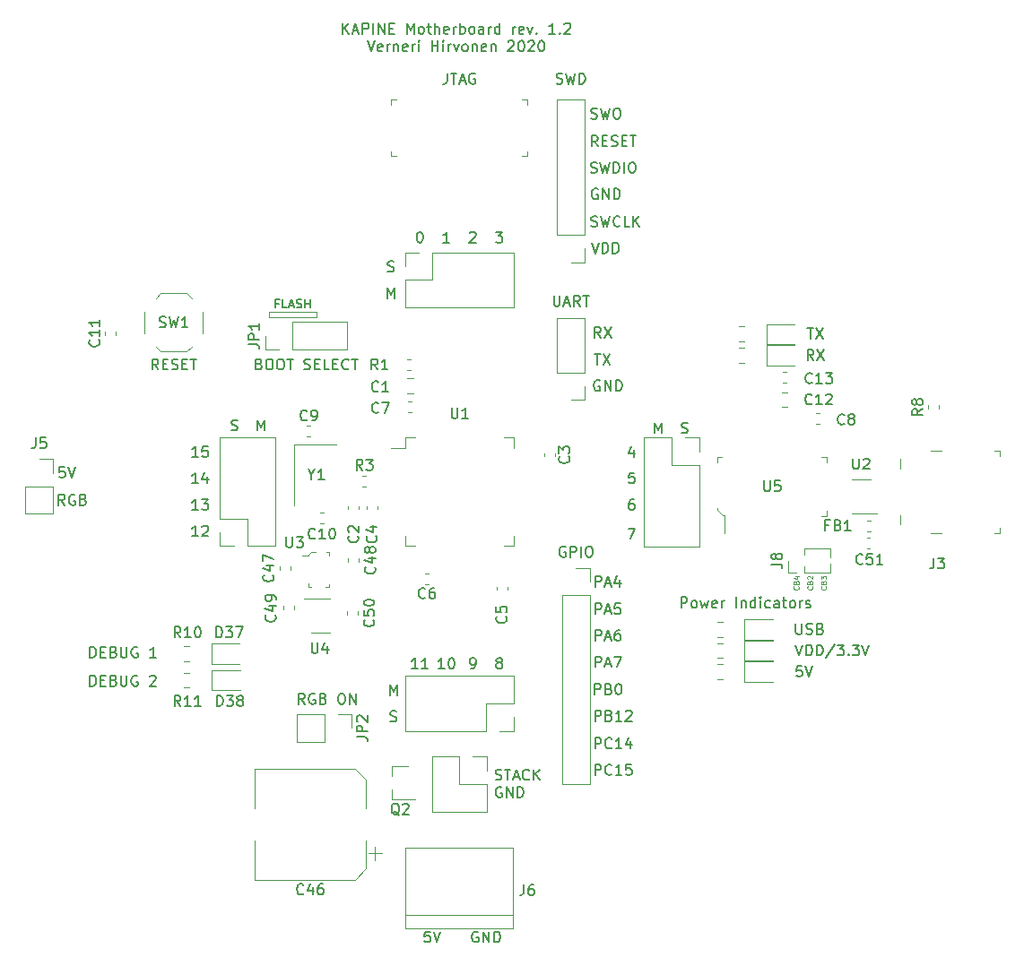
<source format=gbr>
G04 #@! TF.GenerationSoftware,KiCad,Pcbnew,(5.1.5-0-10_14)*
G04 #@! TF.CreationDate,2020-09-03T18:46:32+03:00*
G04 #@! TF.ProjectId,main,6d61696e-2e6b-4696-9361-645f70636258,rev?*
G04 #@! TF.SameCoordinates,Original*
G04 #@! TF.FileFunction,Legend,Top*
G04 #@! TF.FilePolarity,Positive*
%FSLAX46Y46*%
G04 Gerber Fmt 4.6, Leading zero omitted, Abs format (unit mm)*
G04 Created by KiCad (PCBNEW (5.1.5-0-10_14)) date 2020-09-03 18:46:32*
%MOMM*%
%LPD*%
G04 APERTURE LIST*
%ADD10C,0.150000*%
%ADD11C,0.120000*%
%ADD12C,0.125000*%
%ADD13C,0.100000*%
G04 APERTURE END LIST*
D10*
X135380952Y-120052380D02*
X135047619Y-119576190D01*
X134809523Y-120052380D02*
X134809523Y-119052380D01*
X135190476Y-119052380D01*
X135285714Y-119100000D01*
X135333333Y-119147619D01*
X135380952Y-119242857D01*
X135380952Y-119385714D01*
X135333333Y-119480952D01*
X135285714Y-119528571D01*
X135190476Y-119576190D01*
X134809523Y-119576190D01*
X136333333Y-119100000D02*
X136238095Y-119052380D01*
X136095238Y-119052380D01*
X135952380Y-119100000D01*
X135857142Y-119195238D01*
X135809523Y-119290476D01*
X135761904Y-119480952D01*
X135761904Y-119623809D01*
X135809523Y-119814285D01*
X135857142Y-119909523D01*
X135952380Y-120004761D01*
X136095238Y-120052380D01*
X136190476Y-120052380D01*
X136333333Y-120004761D01*
X136380952Y-119957142D01*
X136380952Y-119623809D01*
X136190476Y-119623809D01*
X137142857Y-119528571D02*
X137285714Y-119576190D01*
X137333333Y-119623809D01*
X137380952Y-119719047D01*
X137380952Y-119861904D01*
X137333333Y-119957142D01*
X137285714Y-120004761D01*
X137190476Y-120052380D01*
X136809523Y-120052380D01*
X136809523Y-119052380D01*
X137142857Y-119052380D01*
X137238095Y-119100000D01*
X137285714Y-119147619D01*
X137333333Y-119242857D01*
X137333333Y-119338095D01*
X137285714Y-119433333D01*
X137238095Y-119480952D01*
X137142857Y-119528571D01*
X136809523Y-119528571D01*
X138761904Y-119052380D02*
X138952380Y-119052380D01*
X139047619Y-119100000D01*
X139142857Y-119195238D01*
X139190476Y-119385714D01*
X139190476Y-119719047D01*
X139142857Y-119909523D01*
X139047619Y-120004761D01*
X138952380Y-120052380D01*
X138761904Y-120052380D01*
X138666666Y-120004761D01*
X138571428Y-119909523D01*
X138523809Y-119719047D01*
X138523809Y-119385714D01*
X138571428Y-119195238D01*
X138666666Y-119100000D01*
X138761904Y-119052380D01*
X139619047Y-120052380D02*
X139619047Y-119052380D01*
X140190476Y-120052380D01*
X140190476Y-119052380D01*
X112709523Y-101252380D02*
X112376190Y-100776190D01*
X112138095Y-101252380D02*
X112138095Y-100252380D01*
X112519047Y-100252380D01*
X112614285Y-100300000D01*
X112661904Y-100347619D01*
X112709523Y-100442857D01*
X112709523Y-100585714D01*
X112661904Y-100680952D01*
X112614285Y-100728571D01*
X112519047Y-100776190D01*
X112138095Y-100776190D01*
X113661904Y-100300000D02*
X113566666Y-100252380D01*
X113423809Y-100252380D01*
X113280952Y-100300000D01*
X113185714Y-100395238D01*
X113138095Y-100490476D01*
X113090476Y-100680952D01*
X113090476Y-100823809D01*
X113138095Y-101014285D01*
X113185714Y-101109523D01*
X113280952Y-101204761D01*
X113423809Y-101252380D01*
X113519047Y-101252380D01*
X113661904Y-101204761D01*
X113709523Y-101157142D01*
X113709523Y-100823809D01*
X113519047Y-100823809D01*
X114471428Y-100728571D02*
X114614285Y-100776190D01*
X114661904Y-100823809D01*
X114709523Y-100919047D01*
X114709523Y-101061904D01*
X114661904Y-101157142D01*
X114614285Y-101204761D01*
X114519047Y-101252380D01*
X114138095Y-101252380D01*
X114138095Y-100252380D01*
X114471428Y-100252380D01*
X114566666Y-100300000D01*
X114614285Y-100347619D01*
X114661904Y-100442857D01*
X114661904Y-100538095D01*
X114614285Y-100633333D01*
X114566666Y-100680952D01*
X114471428Y-100728571D01*
X114138095Y-100728571D01*
X112709523Y-97652380D02*
X112233333Y-97652380D01*
X112185714Y-98128571D01*
X112233333Y-98080952D01*
X112328571Y-98033333D01*
X112566666Y-98033333D01*
X112661904Y-98080952D01*
X112709523Y-98128571D01*
X112757142Y-98223809D01*
X112757142Y-98461904D01*
X112709523Y-98557142D01*
X112661904Y-98604761D01*
X112566666Y-98652380D01*
X112328571Y-98652380D01*
X112233333Y-98604761D01*
X112185714Y-98557142D01*
X113042857Y-97652380D02*
X113376190Y-98652380D01*
X113709523Y-97652380D01*
X132897619Y-82192857D02*
X132630952Y-82192857D01*
X132630952Y-82611904D02*
X132630952Y-81811904D01*
X133011904Y-81811904D01*
X133697619Y-82611904D02*
X133316666Y-82611904D01*
X133316666Y-81811904D01*
X133926190Y-82383333D02*
X134307142Y-82383333D01*
X133850000Y-82611904D02*
X134116666Y-81811904D01*
X134383333Y-82611904D01*
X134611904Y-82573809D02*
X134726190Y-82611904D01*
X134916666Y-82611904D01*
X134992857Y-82573809D01*
X135030952Y-82535714D01*
X135069047Y-82459523D01*
X135069047Y-82383333D01*
X135030952Y-82307142D01*
X134992857Y-82269047D01*
X134916666Y-82230952D01*
X134764285Y-82192857D01*
X134688095Y-82154761D01*
X134650000Y-82116666D01*
X134611904Y-82040476D01*
X134611904Y-81964285D01*
X134650000Y-81888095D01*
X134688095Y-81850000D01*
X134764285Y-81811904D01*
X134954761Y-81811904D01*
X135069047Y-81850000D01*
X135411904Y-82611904D02*
X135411904Y-81811904D01*
X135411904Y-82192857D02*
X135869047Y-82192857D01*
X135869047Y-82611904D02*
X135869047Y-81811904D01*
D11*
X132000000Y-83000000D02*
X132000000Y-83500000D01*
X136500000Y-83000000D02*
X132000000Y-83000000D01*
X136500000Y-83500000D02*
X136500000Y-83000000D01*
X132000000Y-83500000D02*
X136500000Y-83500000D01*
D10*
X151738095Y-141600000D02*
X151642857Y-141552380D01*
X151500000Y-141552380D01*
X151357142Y-141600000D01*
X151261904Y-141695238D01*
X151214285Y-141790476D01*
X151166666Y-141980952D01*
X151166666Y-142123809D01*
X151214285Y-142314285D01*
X151261904Y-142409523D01*
X151357142Y-142504761D01*
X151500000Y-142552380D01*
X151595238Y-142552380D01*
X151738095Y-142504761D01*
X151785714Y-142457142D01*
X151785714Y-142123809D01*
X151595238Y-142123809D01*
X152214285Y-142552380D02*
X152214285Y-141552380D01*
X152785714Y-142552380D01*
X152785714Y-141552380D01*
X153261904Y-142552380D02*
X153261904Y-141552380D01*
X153500000Y-141552380D01*
X153642857Y-141600000D01*
X153738095Y-141695238D01*
X153785714Y-141790476D01*
X153833333Y-141980952D01*
X153833333Y-142123809D01*
X153785714Y-142314285D01*
X153738095Y-142409523D01*
X153642857Y-142504761D01*
X153500000Y-142552380D01*
X153261904Y-142552380D01*
X147209523Y-141552380D02*
X146733333Y-141552380D01*
X146685714Y-142028571D01*
X146733333Y-141980952D01*
X146828571Y-141933333D01*
X147066666Y-141933333D01*
X147161904Y-141980952D01*
X147209523Y-142028571D01*
X147257142Y-142123809D01*
X147257142Y-142361904D01*
X147209523Y-142457142D01*
X147161904Y-142504761D01*
X147066666Y-142552380D01*
X146828571Y-142552380D01*
X146733333Y-142504761D01*
X146685714Y-142457142D01*
X147542857Y-141552380D02*
X147876190Y-142552380D01*
X148209523Y-141552380D01*
X138985714Y-56727380D02*
X138985714Y-55727380D01*
X139557142Y-56727380D02*
X139128571Y-56155952D01*
X139557142Y-55727380D02*
X138985714Y-56298809D01*
X139938095Y-56441666D02*
X140414285Y-56441666D01*
X139842857Y-56727380D02*
X140176190Y-55727380D01*
X140509523Y-56727380D01*
X140842857Y-56727380D02*
X140842857Y-55727380D01*
X141223809Y-55727380D01*
X141319047Y-55775000D01*
X141366666Y-55822619D01*
X141414285Y-55917857D01*
X141414285Y-56060714D01*
X141366666Y-56155952D01*
X141319047Y-56203571D01*
X141223809Y-56251190D01*
X140842857Y-56251190D01*
X141842857Y-56727380D02*
X141842857Y-55727380D01*
X142319047Y-56727380D02*
X142319047Y-55727380D01*
X142890476Y-56727380D01*
X142890476Y-55727380D01*
X143366666Y-56203571D02*
X143700000Y-56203571D01*
X143842857Y-56727380D02*
X143366666Y-56727380D01*
X143366666Y-55727380D01*
X143842857Y-55727380D01*
X145033333Y-56727380D02*
X145033333Y-55727380D01*
X145366666Y-56441666D01*
X145700000Y-55727380D01*
X145700000Y-56727380D01*
X146319047Y-56727380D02*
X146223809Y-56679761D01*
X146176190Y-56632142D01*
X146128571Y-56536904D01*
X146128571Y-56251190D01*
X146176190Y-56155952D01*
X146223809Y-56108333D01*
X146319047Y-56060714D01*
X146461904Y-56060714D01*
X146557142Y-56108333D01*
X146604761Y-56155952D01*
X146652380Y-56251190D01*
X146652380Y-56536904D01*
X146604761Y-56632142D01*
X146557142Y-56679761D01*
X146461904Y-56727380D01*
X146319047Y-56727380D01*
X146938095Y-56060714D02*
X147319047Y-56060714D01*
X147080952Y-55727380D02*
X147080952Y-56584523D01*
X147128571Y-56679761D01*
X147223809Y-56727380D01*
X147319047Y-56727380D01*
X147652380Y-56727380D02*
X147652380Y-55727380D01*
X148080952Y-56727380D02*
X148080952Y-56203571D01*
X148033333Y-56108333D01*
X147938095Y-56060714D01*
X147795238Y-56060714D01*
X147700000Y-56108333D01*
X147652380Y-56155952D01*
X148938095Y-56679761D02*
X148842857Y-56727380D01*
X148652380Y-56727380D01*
X148557142Y-56679761D01*
X148509523Y-56584523D01*
X148509523Y-56203571D01*
X148557142Y-56108333D01*
X148652380Y-56060714D01*
X148842857Y-56060714D01*
X148938095Y-56108333D01*
X148985714Y-56203571D01*
X148985714Y-56298809D01*
X148509523Y-56394047D01*
X149414285Y-56727380D02*
X149414285Y-56060714D01*
X149414285Y-56251190D02*
X149461904Y-56155952D01*
X149509523Y-56108333D01*
X149604761Y-56060714D01*
X149700000Y-56060714D01*
X150033333Y-56727380D02*
X150033333Y-55727380D01*
X150033333Y-56108333D02*
X150128571Y-56060714D01*
X150319047Y-56060714D01*
X150414285Y-56108333D01*
X150461904Y-56155952D01*
X150509523Y-56251190D01*
X150509523Y-56536904D01*
X150461904Y-56632142D01*
X150414285Y-56679761D01*
X150319047Y-56727380D01*
X150128571Y-56727380D01*
X150033333Y-56679761D01*
X151080952Y-56727380D02*
X150985714Y-56679761D01*
X150938095Y-56632142D01*
X150890476Y-56536904D01*
X150890476Y-56251190D01*
X150938095Y-56155952D01*
X150985714Y-56108333D01*
X151080952Y-56060714D01*
X151223809Y-56060714D01*
X151319047Y-56108333D01*
X151366666Y-56155952D01*
X151414285Y-56251190D01*
X151414285Y-56536904D01*
X151366666Y-56632142D01*
X151319047Y-56679761D01*
X151223809Y-56727380D01*
X151080952Y-56727380D01*
X152271428Y-56727380D02*
X152271428Y-56203571D01*
X152223809Y-56108333D01*
X152128571Y-56060714D01*
X151938095Y-56060714D01*
X151842857Y-56108333D01*
X152271428Y-56679761D02*
X152176190Y-56727380D01*
X151938095Y-56727380D01*
X151842857Y-56679761D01*
X151795238Y-56584523D01*
X151795238Y-56489285D01*
X151842857Y-56394047D01*
X151938095Y-56346428D01*
X152176190Y-56346428D01*
X152271428Y-56298809D01*
X152747619Y-56727380D02*
X152747619Y-56060714D01*
X152747619Y-56251190D02*
X152795238Y-56155952D01*
X152842857Y-56108333D01*
X152938095Y-56060714D01*
X153033333Y-56060714D01*
X153795238Y-56727380D02*
X153795238Y-55727380D01*
X153795238Y-56679761D02*
X153700000Y-56727380D01*
X153509523Y-56727380D01*
X153414285Y-56679761D01*
X153366666Y-56632142D01*
X153319047Y-56536904D01*
X153319047Y-56251190D01*
X153366666Y-56155952D01*
X153414285Y-56108333D01*
X153509523Y-56060714D01*
X153700000Y-56060714D01*
X153795238Y-56108333D01*
X155033333Y-56727380D02*
X155033333Y-56060714D01*
X155033333Y-56251190D02*
X155080952Y-56155952D01*
X155128571Y-56108333D01*
X155223809Y-56060714D01*
X155319047Y-56060714D01*
X156033333Y-56679761D02*
X155938095Y-56727380D01*
X155747619Y-56727380D01*
X155652380Y-56679761D01*
X155604761Y-56584523D01*
X155604761Y-56203571D01*
X155652380Y-56108333D01*
X155747619Y-56060714D01*
X155938095Y-56060714D01*
X156033333Y-56108333D01*
X156080952Y-56203571D01*
X156080952Y-56298809D01*
X155604761Y-56394047D01*
X156414285Y-56060714D02*
X156652380Y-56727380D01*
X156890476Y-56060714D01*
X157271428Y-56632142D02*
X157319047Y-56679761D01*
X157271428Y-56727380D01*
X157223809Y-56679761D01*
X157271428Y-56632142D01*
X157271428Y-56727380D01*
X159033333Y-56727380D02*
X158461904Y-56727380D01*
X158747619Y-56727380D02*
X158747619Y-55727380D01*
X158652380Y-55870238D01*
X158557142Y-55965476D01*
X158461904Y-56013095D01*
X159461904Y-56632142D02*
X159509523Y-56679761D01*
X159461904Y-56727380D01*
X159414285Y-56679761D01*
X159461904Y-56632142D01*
X159461904Y-56727380D01*
X159890476Y-55822619D02*
X159938095Y-55775000D01*
X160033333Y-55727380D01*
X160271428Y-55727380D01*
X160366666Y-55775000D01*
X160414285Y-55822619D01*
X160461904Y-55917857D01*
X160461904Y-56013095D01*
X160414285Y-56155952D01*
X159842857Y-56727380D01*
X160461904Y-56727380D01*
X141295238Y-57377380D02*
X141628571Y-58377380D01*
X141961904Y-57377380D01*
X142676190Y-58329761D02*
X142580952Y-58377380D01*
X142390476Y-58377380D01*
X142295238Y-58329761D01*
X142247619Y-58234523D01*
X142247619Y-57853571D01*
X142295238Y-57758333D01*
X142390476Y-57710714D01*
X142580952Y-57710714D01*
X142676190Y-57758333D01*
X142723809Y-57853571D01*
X142723809Y-57948809D01*
X142247619Y-58044047D01*
X143152380Y-58377380D02*
X143152380Y-57710714D01*
X143152380Y-57901190D02*
X143200000Y-57805952D01*
X143247619Y-57758333D01*
X143342857Y-57710714D01*
X143438095Y-57710714D01*
X143771428Y-57710714D02*
X143771428Y-58377380D01*
X143771428Y-57805952D02*
X143819047Y-57758333D01*
X143914285Y-57710714D01*
X144057142Y-57710714D01*
X144152380Y-57758333D01*
X144200000Y-57853571D01*
X144200000Y-58377380D01*
X145057142Y-58329761D02*
X144961904Y-58377380D01*
X144771428Y-58377380D01*
X144676190Y-58329761D01*
X144628571Y-58234523D01*
X144628571Y-57853571D01*
X144676190Y-57758333D01*
X144771428Y-57710714D01*
X144961904Y-57710714D01*
X145057142Y-57758333D01*
X145104761Y-57853571D01*
X145104761Y-57948809D01*
X144628571Y-58044047D01*
X145533333Y-58377380D02*
X145533333Y-57710714D01*
X145533333Y-57901190D02*
X145580952Y-57805952D01*
X145628571Y-57758333D01*
X145723809Y-57710714D01*
X145819047Y-57710714D01*
X146152380Y-58377380D02*
X146152380Y-57710714D01*
X146152380Y-57377380D02*
X146104761Y-57425000D01*
X146152380Y-57472619D01*
X146200000Y-57425000D01*
X146152380Y-57377380D01*
X146152380Y-57472619D01*
X147390476Y-58377380D02*
X147390476Y-57377380D01*
X147390476Y-57853571D02*
X147961904Y-57853571D01*
X147961904Y-58377380D02*
X147961904Y-57377380D01*
X148438095Y-58377380D02*
X148438095Y-57710714D01*
X148438095Y-57377380D02*
X148390476Y-57425000D01*
X148438095Y-57472619D01*
X148485714Y-57425000D01*
X148438095Y-57377380D01*
X148438095Y-57472619D01*
X148914285Y-58377380D02*
X148914285Y-57710714D01*
X148914285Y-57901190D02*
X148961904Y-57805952D01*
X149009523Y-57758333D01*
X149104761Y-57710714D01*
X149200000Y-57710714D01*
X149438095Y-57710714D02*
X149676190Y-58377380D01*
X149914285Y-57710714D01*
X150438095Y-58377380D02*
X150342857Y-58329761D01*
X150295238Y-58282142D01*
X150247619Y-58186904D01*
X150247619Y-57901190D01*
X150295238Y-57805952D01*
X150342857Y-57758333D01*
X150438095Y-57710714D01*
X150580952Y-57710714D01*
X150676190Y-57758333D01*
X150723809Y-57805952D01*
X150771428Y-57901190D01*
X150771428Y-58186904D01*
X150723809Y-58282142D01*
X150676190Y-58329761D01*
X150580952Y-58377380D01*
X150438095Y-58377380D01*
X151200000Y-57710714D02*
X151200000Y-58377380D01*
X151200000Y-57805952D02*
X151247619Y-57758333D01*
X151342857Y-57710714D01*
X151485714Y-57710714D01*
X151580952Y-57758333D01*
X151628571Y-57853571D01*
X151628571Y-58377380D01*
X152485714Y-58329761D02*
X152390476Y-58377380D01*
X152200000Y-58377380D01*
X152104761Y-58329761D01*
X152057142Y-58234523D01*
X152057142Y-57853571D01*
X152104761Y-57758333D01*
X152200000Y-57710714D01*
X152390476Y-57710714D01*
X152485714Y-57758333D01*
X152533333Y-57853571D01*
X152533333Y-57948809D01*
X152057142Y-58044047D01*
X152961904Y-57710714D02*
X152961904Y-58377380D01*
X152961904Y-57805952D02*
X153009523Y-57758333D01*
X153104761Y-57710714D01*
X153247619Y-57710714D01*
X153342857Y-57758333D01*
X153390476Y-57853571D01*
X153390476Y-58377380D01*
X154580952Y-57472619D02*
X154628571Y-57425000D01*
X154723809Y-57377380D01*
X154961904Y-57377380D01*
X155057142Y-57425000D01*
X155104761Y-57472619D01*
X155152380Y-57567857D01*
X155152380Y-57663095D01*
X155104761Y-57805952D01*
X154533333Y-58377380D01*
X155152380Y-58377380D01*
X155771428Y-57377380D02*
X155866666Y-57377380D01*
X155961904Y-57425000D01*
X156009523Y-57472619D01*
X156057142Y-57567857D01*
X156104761Y-57758333D01*
X156104761Y-57996428D01*
X156057142Y-58186904D01*
X156009523Y-58282142D01*
X155961904Y-58329761D01*
X155866666Y-58377380D01*
X155771428Y-58377380D01*
X155676190Y-58329761D01*
X155628571Y-58282142D01*
X155580952Y-58186904D01*
X155533333Y-57996428D01*
X155533333Y-57758333D01*
X155580952Y-57567857D01*
X155628571Y-57472619D01*
X155676190Y-57425000D01*
X155771428Y-57377380D01*
X156485714Y-57472619D02*
X156533333Y-57425000D01*
X156628571Y-57377380D01*
X156866666Y-57377380D01*
X156961904Y-57425000D01*
X157009523Y-57472619D01*
X157057142Y-57567857D01*
X157057142Y-57663095D01*
X157009523Y-57805952D01*
X156438095Y-58377380D01*
X157057142Y-58377380D01*
X157676190Y-57377380D02*
X157771428Y-57377380D01*
X157866666Y-57425000D01*
X157914285Y-57472619D01*
X157961904Y-57567857D01*
X158009523Y-57758333D01*
X158009523Y-57996428D01*
X157961904Y-58186904D01*
X157914285Y-58282142D01*
X157866666Y-58329761D01*
X157771428Y-58377380D01*
X157676190Y-58377380D01*
X157580952Y-58329761D01*
X157533333Y-58282142D01*
X157485714Y-58186904D01*
X157438095Y-57996428D01*
X157438095Y-57758333D01*
X157485714Y-57567857D01*
X157533333Y-57472619D01*
X157580952Y-57425000D01*
X157676190Y-57377380D01*
X125309523Y-104202380D02*
X124738095Y-104202380D01*
X125023809Y-104202380D02*
X125023809Y-103202380D01*
X124928571Y-103345238D01*
X124833333Y-103440476D01*
X124738095Y-103488095D01*
X125690476Y-103297619D02*
X125738095Y-103250000D01*
X125833333Y-103202380D01*
X126071428Y-103202380D01*
X126166666Y-103250000D01*
X126214285Y-103297619D01*
X126261904Y-103392857D01*
X126261904Y-103488095D01*
X126214285Y-103630952D01*
X125642857Y-104202380D01*
X126261904Y-104202380D01*
X125309523Y-101702380D02*
X124738095Y-101702380D01*
X125023809Y-101702380D02*
X125023809Y-100702380D01*
X124928571Y-100845238D01*
X124833333Y-100940476D01*
X124738095Y-100988095D01*
X125642857Y-100702380D02*
X126261904Y-100702380D01*
X125928571Y-101083333D01*
X126071428Y-101083333D01*
X126166666Y-101130952D01*
X126214285Y-101178571D01*
X126261904Y-101273809D01*
X126261904Y-101511904D01*
X126214285Y-101607142D01*
X126166666Y-101654761D01*
X126071428Y-101702380D01*
X125785714Y-101702380D01*
X125690476Y-101654761D01*
X125642857Y-101607142D01*
X125309523Y-99202380D02*
X124738095Y-99202380D01*
X125023809Y-99202380D02*
X125023809Y-98202380D01*
X124928571Y-98345238D01*
X124833333Y-98440476D01*
X124738095Y-98488095D01*
X126166666Y-98535714D02*
X126166666Y-99202380D01*
X125928571Y-98154761D02*
X125690476Y-98869047D01*
X126309523Y-98869047D01*
X125309523Y-96702380D02*
X124738095Y-96702380D01*
X125023809Y-96702380D02*
X125023809Y-95702380D01*
X124928571Y-95845238D01*
X124833333Y-95940476D01*
X124738095Y-95988095D01*
X126214285Y-95702380D02*
X125738095Y-95702380D01*
X125690476Y-96178571D01*
X125738095Y-96130952D01*
X125833333Y-96083333D01*
X126071428Y-96083333D01*
X126166666Y-96130952D01*
X126214285Y-96178571D01*
X126261904Y-96273809D01*
X126261904Y-96511904D01*
X126214285Y-96607142D01*
X126166666Y-96654761D01*
X126071428Y-96702380D01*
X125833333Y-96702380D01*
X125738095Y-96654761D01*
X125690476Y-96607142D01*
X130916666Y-94202380D02*
X130916666Y-93202380D01*
X131250000Y-93916666D01*
X131583333Y-93202380D01*
X131583333Y-94202380D01*
X128464285Y-94154761D02*
X128607142Y-94202380D01*
X128845238Y-94202380D01*
X128940476Y-94154761D01*
X128988095Y-94107142D01*
X129035714Y-94011904D01*
X129035714Y-93916666D01*
X128988095Y-93821428D01*
X128940476Y-93773809D01*
X128845238Y-93726190D01*
X128654761Y-93678571D01*
X128559523Y-93630952D01*
X128511904Y-93583333D01*
X128464285Y-93488095D01*
X128464285Y-93392857D01*
X128511904Y-93297619D01*
X128559523Y-93250000D01*
X128654761Y-93202380D01*
X128892857Y-93202380D01*
X129035714Y-93250000D01*
X153654761Y-116130952D02*
X153559523Y-116083333D01*
X153511904Y-116035714D01*
X153464285Y-115940476D01*
X153464285Y-115892857D01*
X153511904Y-115797619D01*
X153559523Y-115750000D01*
X153654761Y-115702380D01*
X153845238Y-115702380D01*
X153940476Y-115750000D01*
X153988095Y-115797619D01*
X154035714Y-115892857D01*
X154035714Y-115940476D01*
X153988095Y-116035714D01*
X153940476Y-116083333D01*
X153845238Y-116130952D01*
X153654761Y-116130952D01*
X153559523Y-116178571D01*
X153511904Y-116226190D01*
X153464285Y-116321428D01*
X153464285Y-116511904D01*
X153511904Y-116607142D01*
X153559523Y-116654761D01*
X153654761Y-116702380D01*
X153845238Y-116702380D01*
X153940476Y-116654761D01*
X153988095Y-116607142D01*
X154035714Y-116511904D01*
X154035714Y-116321428D01*
X153988095Y-116226190D01*
X153940476Y-116178571D01*
X153845238Y-116130952D01*
X151059523Y-116702380D02*
X151250000Y-116702380D01*
X151345238Y-116654761D01*
X151392857Y-116607142D01*
X151488095Y-116464285D01*
X151535714Y-116273809D01*
X151535714Y-115892857D01*
X151488095Y-115797619D01*
X151440476Y-115750000D01*
X151345238Y-115702380D01*
X151154761Y-115702380D01*
X151059523Y-115750000D01*
X151011904Y-115797619D01*
X150964285Y-115892857D01*
X150964285Y-116130952D01*
X151011904Y-116226190D01*
X151059523Y-116273809D01*
X151154761Y-116321428D01*
X151345238Y-116321428D01*
X151440476Y-116273809D01*
X151488095Y-116226190D01*
X151535714Y-116130952D01*
X148559523Y-116702380D02*
X147988095Y-116702380D01*
X148273809Y-116702380D02*
X148273809Y-115702380D01*
X148178571Y-115845238D01*
X148083333Y-115940476D01*
X147988095Y-115988095D01*
X149178571Y-115702380D02*
X149273809Y-115702380D01*
X149369047Y-115750000D01*
X149416666Y-115797619D01*
X149464285Y-115892857D01*
X149511904Y-116083333D01*
X149511904Y-116321428D01*
X149464285Y-116511904D01*
X149416666Y-116607142D01*
X149369047Y-116654761D01*
X149273809Y-116702380D01*
X149178571Y-116702380D01*
X149083333Y-116654761D01*
X149035714Y-116607142D01*
X148988095Y-116511904D01*
X148940476Y-116321428D01*
X148940476Y-116083333D01*
X148988095Y-115892857D01*
X149035714Y-115797619D01*
X149083333Y-115750000D01*
X149178571Y-115702380D01*
X146059523Y-116702380D02*
X145488095Y-116702380D01*
X145773809Y-116702380D02*
X145773809Y-115702380D01*
X145678571Y-115845238D01*
X145583333Y-115940476D01*
X145488095Y-115988095D01*
X147011904Y-116702380D02*
X146440476Y-116702380D01*
X146726190Y-116702380D02*
X146726190Y-115702380D01*
X146630952Y-115845238D01*
X146535714Y-115940476D01*
X146440476Y-115988095D01*
X143464285Y-121654761D02*
X143607142Y-121702380D01*
X143845238Y-121702380D01*
X143940476Y-121654761D01*
X143988095Y-121607142D01*
X144035714Y-121511904D01*
X144035714Y-121416666D01*
X143988095Y-121321428D01*
X143940476Y-121273809D01*
X143845238Y-121226190D01*
X143654761Y-121178571D01*
X143559523Y-121130952D01*
X143511904Y-121083333D01*
X143464285Y-120988095D01*
X143464285Y-120892857D01*
X143511904Y-120797619D01*
X143559523Y-120750000D01*
X143654761Y-120702380D01*
X143892857Y-120702380D01*
X144035714Y-120750000D01*
X143416666Y-119202380D02*
X143416666Y-118202380D01*
X143750000Y-118916666D01*
X144083333Y-118202380D01*
X144083333Y-119202380D01*
X165916666Y-103452380D02*
X166583333Y-103452380D01*
X166154761Y-104452380D01*
X166440476Y-100702380D02*
X166250000Y-100702380D01*
X166154761Y-100750000D01*
X166107142Y-100797619D01*
X166011904Y-100940476D01*
X165964285Y-101130952D01*
X165964285Y-101511904D01*
X166011904Y-101607142D01*
X166059523Y-101654761D01*
X166154761Y-101702380D01*
X166345238Y-101702380D01*
X166440476Y-101654761D01*
X166488095Y-101607142D01*
X166535714Y-101511904D01*
X166535714Y-101273809D01*
X166488095Y-101178571D01*
X166440476Y-101130952D01*
X166345238Y-101083333D01*
X166154761Y-101083333D01*
X166059523Y-101130952D01*
X166011904Y-101178571D01*
X165964285Y-101273809D01*
X166488095Y-98202380D02*
X166011904Y-98202380D01*
X165964285Y-98678571D01*
X166011904Y-98630952D01*
X166107142Y-98583333D01*
X166345238Y-98583333D01*
X166440476Y-98630952D01*
X166488095Y-98678571D01*
X166535714Y-98773809D01*
X166535714Y-99011904D01*
X166488095Y-99107142D01*
X166440476Y-99154761D01*
X166345238Y-99202380D01*
X166107142Y-99202380D01*
X166011904Y-99154761D01*
X165964285Y-99107142D01*
X166440476Y-96035714D02*
X166440476Y-96702380D01*
X166202380Y-95654761D02*
X165964285Y-96369047D01*
X166583333Y-96369047D01*
X170964285Y-94404761D02*
X171107142Y-94452380D01*
X171345238Y-94452380D01*
X171440476Y-94404761D01*
X171488095Y-94357142D01*
X171535714Y-94261904D01*
X171535714Y-94166666D01*
X171488095Y-94071428D01*
X171440476Y-94023809D01*
X171345238Y-93976190D01*
X171154761Y-93928571D01*
X171059523Y-93880952D01*
X171011904Y-93833333D01*
X170964285Y-93738095D01*
X170964285Y-93642857D01*
X171011904Y-93547619D01*
X171059523Y-93500000D01*
X171154761Y-93452380D01*
X171392857Y-93452380D01*
X171535714Y-93500000D01*
X168416666Y-94452380D02*
X168416666Y-93452380D01*
X168750000Y-94166666D01*
X169083333Y-93452380D01*
X169083333Y-94452380D01*
X153416666Y-75452380D02*
X154035714Y-75452380D01*
X153702380Y-75833333D01*
X153845238Y-75833333D01*
X153940476Y-75880952D01*
X153988095Y-75928571D01*
X154035714Y-76023809D01*
X154035714Y-76261904D01*
X153988095Y-76357142D01*
X153940476Y-76404761D01*
X153845238Y-76452380D01*
X153559523Y-76452380D01*
X153464285Y-76404761D01*
X153416666Y-76357142D01*
X150964285Y-75547619D02*
X151011904Y-75500000D01*
X151107142Y-75452380D01*
X151345238Y-75452380D01*
X151440476Y-75500000D01*
X151488095Y-75547619D01*
X151535714Y-75642857D01*
X151535714Y-75738095D01*
X151488095Y-75880952D01*
X150916666Y-76452380D01*
X151535714Y-76452380D01*
X149035714Y-76452380D02*
X148464285Y-76452380D01*
X148750000Y-76452380D02*
X148750000Y-75452380D01*
X148654761Y-75595238D01*
X148559523Y-75690476D01*
X148464285Y-75738095D01*
X146202380Y-75452380D02*
X146297619Y-75452380D01*
X146392857Y-75500000D01*
X146440476Y-75547619D01*
X146488095Y-75642857D01*
X146535714Y-75833333D01*
X146535714Y-76071428D01*
X146488095Y-76261904D01*
X146440476Y-76357142D01*
X146392857Y-76404761D01*
X146297619Y-76452380D01*
X146202380Y-76452380D01*
X146107142Y-76404761D01*
X146059523Y-76357142D01*
X146011904Y-76261904D01*
X145964285Y-76071428D01*
X145964285Y-75833333D01*
X146011904Y-75642857D01*
X146059523Y-75547619D01*
X146107142Y-75500000D01*
X146202380Y-75452380D01*
X143166666Y-81702380D02*
X143166666Y-80702380D01*
X143500000Y-81416666D01*
X143833333Y-80702380D01*
X143833333Y-81702380D01*
X143214285Y-79154761D02*
X143357142Y-79202380D01*
X143595238Y-79202380D01*
X143690476Y-79154761D01*
X143738095Y-79107142D01*
X143785714Y-79011904D01*
X143785714Y-78916666D01*
X143738095Y-78821428D01*
X143690476Y-78773809D01*
X143595238Y-78726190D01*
X143404761Y-78678571D01*
X143309523Y-78630952D01*
X143261904Y-78583333D01*
X143214285Y-78488095D01*
X143214285Y-78392857D01*
X143261904Y-78297619D01*
X143309523Y-78250000D01*
X143404761Y-78202380D01*
X143642857Y-78202380D01*
X143785714Y-78250000D01*
D12*
X181978571Y-108933333D02*
X182002380Y-108957142D01*
X182026190Y-109028571D01*
X182026190Y-109076190D01*
X182002380Y-109147619D01*
X181954761Y-109195238D01*
X181907142Y-109219047D01*
X181811904Y-109242857D01*
X181740476Y-109242857D01*
X181645238Y-109219047D01*
X181597619Y-109195238D01*
X181550000Y-109147619D01*
X181526190Y-109076190D01*
X181526190Y-109028571D01*
X181550000Y-108957142D01*
X181573809Y-108933333D01*
X181764285Y-108552380D02*
X181788095Y-108480952D01*
X181811904Y-108457142D01*
X181859523Y-108433333D01*
X181930952Y-108433333D01*
X181978571Y-108457142D01*
X182002380Y-108480952D01*
X182026190Y-108528571D01*
X182026190Y-108719047D01*
X181526190Y-108719047D01*
X181526190Y-108552380D01*
X181550000Y-108504761D01*
X181573809Y-108480952D01*
X181621428Y-108457142D01*
X181669047Y-108457142D01*
X181716666Y-108480952D01*
X181740476Y-108504761D01*
X181764285Y-108552380D01*
X181764285Y-108719047D01*
X181692857Y-108004761D02*
X182026190Y-108004761D01*
X181502380Y-108123809D02*
X181859523Y-108242857D01*
X181859523Y-107933333D01*
X183278571Y-108933333D02*
X183302380Y-108957142D01*
X183326190Y-109028571D01*
X183326190Y-109076190D01*
X183302380Y-109147619D01*
X183254761Y-109195238D01*
X183207142Y-109219047D01*
X183111904Y-109242857D01*
X183040476Y-109242857D01*
X182945238Y-109219047D01*
X182897619Y-109195238D01*
X182850000Y-109147619D01*
X182826190Y-109076190D01*
X182826190Y-109028571D01*
X182850000Y-108957142D01*
X182873809Y-108933333D01*
X183064285Y-108552380D02*
X183088095Y-108480952D01*
X183111904Y-108457142D01*
X183159523Y-108433333D01*
X183230952Y-108433333D01*
X183278571Y-108457142D01*
X183302380Y-108480952D01*
X183326190Y-108528571D01*
X183326190Y-108719047D01*
X182826190Y-108719047D01*
X182826190Y-108552380D01*
X182850000Y-108504761D01*
X182873809Y-108480952D01*
X182921428Y-108457142D01*
X182969047Y-108457142D01*
X183016666Y-108480952D01*
X183040476Y-108504761D01*
X183064285Y-108552380D01*
X183064285Y-108719047D01*
X182873809Y-108242857D02*
X182850000Y-108219047D01*
X182826190Y-108171428D01*
X182826190Y-108052380D01*
X182850000Y-108004761D01*
X182873809Y-107980952D01*
X182921428Y-107957142D01*
X182969047Y-107957142D01*
X183040476Y-107980952D01*
X183326190Y-108266666D01*
X183326190Y-107957142D01*
X184578571Y-108933333D02*
X184602380Y-108957142D01*
X184626190Y-109028571D01*
X184626190Y-109076190D01*
X184602380Y-109147619D01*
X184554761Y-109195238D01*
X184507142Y-109219047D01*
X184411904Y-109242857D01*
X184340476Y-109242857D01*
X184245238Y-109219047D01*
X184197619Y-109195238D01*
X184150000Y-109147619D01*
X184126190Y-109076190D01*
X184126190Y-109028571D01*
X184150000Y-108957142D01*
X184173809Y-108933333D01*
X184364285Y-108552380D02*
X184388095Y-108480952D01*
X184411904Y-108457142D01*
X184459523Y-108433333D01*
X184530952Y-108433333D01*
X184578571Y-108457142D01*
X184602380Y-108480952D01*
X184626190Y-108528571D01*
X184626190Y-108719047D01*
X184126190Y-108719047D01*
X184126190Y-108552380D01*
X184150000Y-108504761D01*
X184173809Y-108480952D01*
X184221428Y-108457142D01*
X184269047Y-108457142D01*
X184316666Y-108480952D01*
X184340476Y-108504761D01*
X184364285Y-108552380D01*
X184364285Y-108719047D01*
X184126190Y-108266666D02*
X184126190Y-107957142D01*
X184316666Y-108123809D01*
X184316666Y-108052380D01*
X184340476Y-108004761D01*
X184364285Y-107980952D01*
X184411904Y-107957142D01*
X184530952Y-107957142D01*
X184578571Y-107980952D01*
X184602380Y-108004761D01*
X184626190Y-108052380D01*
X184626190Y-108195238D01*
X184602380Y-108242857D01*
X184578571Y-108266666D01*
D10*
X160000000Y-105200000D02*
X159904761Y-105152380D01*
X159761904Y-105152380D01*
X159619047Y-105200000D01*
X159523809Y-105295238D01*
X159476190Y-105390476D01*
X159428571Y-105580952D01*
X159428571Y-105723809D01*
X159476190Y-105914285D01*
X159523809Y-106009523D01*
X159619047Y-106104761D01*
X159761904Y-106152380D01*
X159857142Y-106152380D01*
X160000000Y-106104761D01*
X160047619Y-106057142D01*
X160047619Y-105723809D01*
X159857142Y-105723809D01*
X160476190Y-106152380D02*
X160476190Y-105152380D01*
X160857142Y-105152380D01*
X160952380Y-105200000D01*
X161000000Y-105247619D01*
X161047619Y-105342857D01*
X161047619Y-105485714D01*
X161000000Y-105580952D01*
X160952380Y-105628571D01*
X160857142Y-105676190D01*
X160476190Y-105676190D01*
X161476190Y-106152380D02*
X161476190Y-105152380D01*
X162142857Y-105152380D02*
X162333333Y-105152380D01*
X162428571Y-105200000D01*
X162523809Y-105295238D01*
X162571428Y-105485714D01*
X162571428Y-105819047D01*
X162523809Y-106009523D01*
X162428571Y-106104761D01*
X162333333Y-106152380D01*
X162142857Y-106152380D01*
X162047619Y-106104761D01*
X161952380Y-106009523D01*
X161904761Y-105819047D01*
X161904761Y-105485714D01*
X161952380Y-105295238D01*
X162047619Y-105200000D01*
X162142857Y-105152380D01*
X162785714Y-126752380D02*
X162785714Y-125752380D01*
X163166666Y-125752380D01*
X163261904Y-125800000D01*
X163309523Y-125847619D01*
X163357142Y-125942857D01*
X163357142Y-126085714D01*
X163309523Y-126180952D01*
X163261904Y-126228571D01*
X163166666Y-126276190D01*
X162785714Y-126276190D01*
X164357142Y-126657142D02*
X164309523Y-126704761D01*
X164166666Y-126752380D01*
X164071428Y-126752380D01*
X163928571Y-126704761D01*
X163833333Y-126609523D01*
X163785714Y-126514285D01*
X163738095Y-126323809D01*
X163738095Y-126180952D01*
X163785714Y-125990476D01*
X163833333Y-125895238D01*
X163928571Y-125800000D01*
X164071428Y-125752380D01*
X164166666Y-125752380D01*
X164309523Y-125800000D01*
X164357142Y-125847619D01*
X165309523Y-126752380D02*
X164738095Y-126752380D01*
X165023809Y-126752380D02*
X165023809Y-125752380D01*
X164928571Y-125895238D01*
X164833333Y-125990476D01*
X164738095Y-126038095D01*
X166214285Y-125752380D02*
X165738095Y-125752380D01*
X165690476Y-126228571D01*
X165738095Y-126180952D01*
X165833333Y-126133333D01*
X166071428Y-126133333D01*
X166166666Y-126180952D01*
X166214285Y-126228571D01*
X166261904Y-126323809D01*
X166261904Y-126561904D01*
X166214285Y-126657142D01*
X166166666Y-126704761D01*
X166071428Y-126752380D01*
X165833333Y-126752380D01*
X165738095Y-126704761D01*
X165690476Y-126657142D01*
X162785714Y-124252380D02*
X162785714Y-123252380D01*
X163166666Y-123252380D01*
X163261904Y-123300000D01*
X163309523Y-123347619D01*
X163357142Y-123442857D01*
X163357142Y-123585714D01*
X163309523Y-123680952D01*
X163261904Y-123728571D01*
X163166666Y-123776190D01*
X162785714Y-123776190D01*
X164357142Y-124157142D02*
X164309523Y-124204761D01*
X164166666Y-124252380D01*
X164071428Y-124252380D01*
X163928571Y-124204761D01*
X163833333Y-124109523D01*
X163785714Y-124014285D01*
X163738095Y-123823809D01*
X163738095Y-123680952D01*
X163785714Y-123490476D01*
X163833333Y-123395238D01*
X163928571Y-123300000D01*
X164071428Y-123252380D01*
X164166666Y-123252380D01*
X164309523Y-123300000D01*
X164357142Y-123347619D01*
X165309523Y-124252380D02*
X164738095Y-124252380D01*
X165023809Y-124252380D02*
X165023809Y-123252380D01*
X164928571Y-123395238D01*
X164833333Y-123490476D01*
X164738095Y-123538095D01*
X166166666Y-123585714D02*
X166166666Y-124252380D01*
X165928571Y-123204761D02*
X165690476Y-123919047D01*
X166309523Y-123919047D01*
X162785714Y-121652380D02*
X162785714Y-120652380D01*
X163166666Y-120652380D01*
X163261904Y-120700000D01*
X163309523Y-120747619D01*
X163357142Y-120842857D01*
X163357142Y-120985714D01*
X163309523Y-121080952D01*
X163261904Y-121128571D01*
X163166666Y-121176190D01*
X162785714Y-121176190D01*
X164119047Y-121128571D02*
X164261904Y-121176190D01*
X164309523Y-121223809D01*
X164357142Y-121319047D01*
X164357142Y-121461904D01*
X164309523Y-121557142D01*
X164261904Y-121604761D01*
X164166666Y-121652380D01*
X163785714Y-121652380D01*
X163785714Y-120652380D01*
X164119047Y-120652380D01*
X164214285Y-120700000D01*
X164261904Y-120747619D01*
X164309523Y-120842857D01*
X164309523Y-120938095D01*
X164261904Y-121033333D01*
X164214285Y-121080952D01*
X164119047Y-121128571D01*
X163785714Y-121128571D01*
X165309523Y-121652380D02*
X164738095Y-121652380D01*
X165023809Y-121652380D02*
X165023809Y-120652380D01*
X164928571Y-120795238D01*
X164833333Y-120890476D01*
X164738095Y-120938095D01*
X165690476Y-120747619D02*
X165738095Y-120700000D01*
X165833333Y-120652380D01*
X166071428Y-120652380D01*
X166166666Y-120700000D01*
X166214285Y-120747619D01*
X166261904Y-120842857D01*
X166261904Y-120938095D01*
X166214285Y-121080952D01*
X165642857Y-121652380D01*
X166261904Y-121652380D01*
X162761904Y-119152380D02*
X162761904Y-118152380D01*
X163142857Y-118152380D01*
X163238095Y-118200000D01*
X163285714Y-118247619D01*
X163333333Y-118342857D01*
X163333333Y-118485714D01*
X163285714Y-118580952D01*
X163238095Y-118628571D01*
X163142857Y-118676190D01*
X162761904Y-118676190D01*
X164095238Y-118628571D02*
X164238095Y-118676190D01*
X164285714Y-118723809D01*
X164333333Y-118819047D01*
X164333333Y-118961904D01*
X164285714Y-119057142D01*
X164238095Y-119104761D01*
X164142857Y-119152380D01*
X163761904Y-119152380D01*
X163761904Y-118152380D01*
X164095238Y-118152380D01*
X164190476Y-118200000D01*
X164238095Y-118247619D01*
X164285714Y-118342857D01*
X164285714Y-118438095D01*
X164238095Y-118533333D01*
X164190476Y-118580952D01*
X164095238Y-118628571D01*
X163761904Y-118628571D01*
X164952380Y-118152380D02*
X165047619Y-118152380D01*
X165142857Y-118200000D01*
X165190476Y-118247619D01*
X165238095Y-118342857D01*
X165285714Y-118533333D01*
X165285714Y-118771428D01*
X165238095Y-118961904D01*
X165190476Y-119057142D01*
X165142857Y-119104761D01*
X165047619Y-119152380D01*
X164952380Y-119152380D01*
X164857142Y-119104761D01*
X164809523Y-119057142D01*
X164761904Y-118961904D01*
X164714285Y-118771428D01*
X164714285Y-118533333D01*
X164761904Y-118342857D01*
X164809523Y-118247619D01*
X164857142Y-118200000D01*
X164952380Y-118152380D01*
X162833333Y-116552380D02*
X162833333Y-115552380D01*
X163214285Y-115552380D01*
X163309523Y-115600000D01*
X163357142Y-115647619D01*
X163404761Y-115742857D01*
X163404761Y-115885714D01*
X163357142Y-115980952D01*
X163309523Y-116028571D01*
X163214285Y-116076190D01*
X162833333Y-116076190D01*
X163785714Y-116266666D02*
X164261904Y-116266666D01*
X163690476Y-116552380D02*
X164023809Y-115552380D01*
X164357142Y-116552380D01*
X164595238Y-115552380D02*
X165261904Y-115552380D01*
X164833333Y-116552380D01*
X162833333Y-114052380D02*
X162833333Y-113052380D01*
X163214285Y-113052380D01*
X163309523Y-113100000D01*
X163357142Y-113147619D01*
X163404761Y-113242857D01*
X163404761Y-113385714D01*
X163357142Y-113480952D01*
X163309523Y-113528571D01*
X163214285Y-113576190D01*
X162833333Y-113576190D01*
X163785714Y-113766666D02*
X164261904Y-113766666D01*
X163690476Y-114052380D02*
X164023809Y-113052380D01*
X164357142Y-114052380D01*
X165119047Y-113052380D02*
X164928571Y-113052380D01*
X164833333Y-113100000D01*
X164785714Y-113147619D01*
X164690476Y-113290476D01*
X164642857Y-113480952D01*
X164642857Y-113861904D01*
X164690476Y-113957142D01*
X164738095Y-114004761D01*
X164833333Y-114052380D01*
X165023809Y-114052380D01*
X165119047Y-114004761D01*
X165166666Y-113957142D01*
X165214285Y-113861904D01*
X165214285Y-113623809D01*
X165166666Y-113528571D01*
X165119047Y-113480952D01*
X165023809Y-113433333D01*
X164833333Y-113433333D01*
X164738095Y-113480952D01*
X164690476Y-113528571D01*
X164642857Y-113623809D01*
X162833333Y-111552380D02*
X162833333Y-110552380D01*
X163214285Y-110552380D01*
X163309523Y-110600000D01*
X163357142Y-110647619D01*
X163404761Y-110742857D01*
X163404761Y-110885714D01*
X163357142Y-110980952D01*
X163309523Y-111028571D01*
X163214285Y-111076190D01*
X162833333Y-111076190D01*
X163785714Y-111266666D02*
X164261904Y-111266666D01*
X163690476Y-111552380D02*
X164023809Y-110552380D01*
X164357142Y-111552380D01*
X165166666Y-110552380D02*
X164690476Y-110552380D01*
X164642857Y-111028571D01*
X164690476Y-110980952D01*
X164785714Y-110933333D01*
X165023809Y-110933333D01*
X165119047Y-110980952D01*
X165166666Y-111028571D01*
X165214285Y-111123809D01*
X165214285Y-111361904D01*
X165166666Y-111457142D01*
X165119047Y-111504761D01*
X165023809Y-111552380D01*
X164785714Y-111552380D01*
X164690476Y-111504761D01*
X164642857Y-111457142D01*
X162833333Y-108952380D02*
X162833333Y-107952380D01*
X163214285Y-107952380D01*
X163309523Y-108000000D01*
X163357142Y-108047619D01*
X163404761Y-108142857D01*
X163404761Y-108285714D01*
X163357142Y-108380952D01*
X163309523Y-108428571D01*
X163214285Y-108476190D01*
X162833333Y-108476190D01*
X163785714Y-108666666D02*
X164261904Y-108666666D01*
X163690476Y-108952380D02*
X164023809Y-107952380D01*
X164357142Y-108952380D01*
X165119047Y-108285714D02*
X165119047Y-108952380D01*
X164880952Y-107904761D02*
X164642857Y-108619047D01*
X165261904Y-108619047D01*
X153387976Y-127179761D02*
X153530833Y-127227380D01*
X153768928Y-127227380D01*
X153864166Y-127179761D01*
X153911785Y-127132142D01*
X153959404Y-127036904D01*
X153959404Y-126941666D01*
X153911785Y-126846428D01*
X153864166Y-126798809D01*
X153768928Y-126751190D01*
X153578452Y-126703571D01*
X153483214Y-126655952D01*
X153435595Y-126608333D01*
X153387976Y-126513095D01*
X153387976Y-126417857D01*
X153435595Y-126322619D01*
X153483214Y-126275000D01*
X153578452Y-126227380D01*
X153816547Y-126227380D01*
X153959404Y-126275000D01*
X154245119Y-126227380D02*
X154816547Y-126227380D01*
X154530833Y-127227380D02*
X154530833Y-126227380D01*
X155102261Y-126941666D02*
X155578452Y-126941666D01*
X155007023Y-127227380D02*
X155340357Y-126227380D01*
X155673690Y-127227380D01*
X156578452Y-127132142D02*
X156530833Y-127179761D01*
X156387976Y-127227380D01*
X156292738Y-127227380D01*
X156149880Y-127179761D01*
X156054642Y-127084523D01*
X156007023Y-126989285D01*
X155959404Y-126798809D01*
X155959404Y-126655952D01*
X156007023Y-126465476D01*
X156054642Y-126370238D01*
X156149880Y-126275000D01*
X156292738Y-126227380D01*
X156387976Y-126227380D01*
X156530833Y-126275000D01*
X156578452Y-126322619D01*
X157007023Y-127227380D02*
X157007023Y-126227380D01*
X157578452Y-127227380D02*
X157149880Y-126655952D01*
X157578452Y-126227380D02*
X157007023Y-126798809D01*
X153959404Y-127925000D02*
X153864166Y-127877380D01*
X153721309Y-127877380D01*
X153578452Y-127925000D01*
X153483214Y-128020238D01*
X153435595Y-128115476D01*
X153387976Y-128305952D01*
X153387976Y-128448809D01*
X153435595Y-128639285D01*
X153483214Y-128734523D01*
X153578452Y-128829761D01*
X153721309Y-128877380D01*
X153816547Y-128877380D01*
X153959404Y-128829761D01*
X154007023Y-128782142D01*
X154007023Y-128448809D01*
X153816547Y-128448809D01*
X154435595Y-128877380D02*
X154435595Y-127877380D01*
X155007023Y-128877380D01*
X155007023Y-127877380D01*
X155483214Y-128877380D02*
X155483214Y-127877380D01*
X155721309Y-127877380D01*
X155864166Y-127925000D01*
X155959404Y-128020238D01*
X156007023Y-128115476D01*
X156054642Y-128305952D01*
X156054642Y-128448809D01*
X156007023Y-128639285D01*
X155959404Y-128734523D01*
X155864166Y-128829761D01*
X155721309Y-128877380D01*
X155483214Y-128877380D01*
X183433333Y-87552380D02*
X183100000Y-87076190D01*
X182861904Y-87552380D02*
X182861904Y-86552380D01*
X183242857Y-86552380D01*
X183338095Y-86600000D01*
X183385714Y-86647619D01*
X183433333Y-86742857D01*
X183433333Y-86885714D01*
X183385714Y-86980952D01*
X183338095Y-87028571D01*
X183242857Y-87076190D01*
X182861904Y-87076190D01*
X183766666Y-86552380D02*
X184433333Y-87552380D01*
X184433333Y-86552380D02*
X183766666Y-87552380D01*
X182838095Y-84552380D02*
X183409523Y-84552380D01*
X183123809Y-85552380D02*
X183123809Y-84552380D01*
X183647619Y-84552380D02*
X184314285Y-85552380D01*
X184314285Y-84552380D02*
X183647619Y-85552380D01*
X170928571Y-110952380D02*
X170928571Y-109952380D01*
X171309523Y-109952380D01*
X171404761Y-110000000D01*
X171452380Y-110047619D01*
X171500000Y-110142857D01*
X171500000Y-110285714D01*
X171452380Y-110380952D01*
X171404761Y-110428571D01*
X171309523Y-110476190D01*
X170928571Y-110476190D01*
X172071428Y-110952380D02*
X171976190Y-110904761D01*
X171928571Y-110857142D01*
X171880952Y-110761904D01*
X171880952Y-110476190D01*
X171928571Y-110380952D01*
X171976190Y-110333333D01*
X172071428Y-110285714D01*
X172214285Y-110285714D01*
X172309523Y-110333333D01*
X172357142Y-110380952D01*
X172404761Y-110476190D01*
X172404761Y-110761904D01*
X172357142Y-110857142D01*
X172309523Y-110904761D01*
X172214285Y-110952380D01*
X172071428Y-110952380D01*
X172738095Y-110285714D02*
X172928571Y-110952380D01*
X173119047Y-110476190D01*
X173309523Y-110952380D01*
X173500000Y-110285714D01*
X174261904Y-110904761D02*
X174166666Y-110952380D01*
X173976190Y-110952380D01*
X173880952Y-110904761D01*
X173833333Y-110809523D01*
X173833333Y-110428571D01*
X173880952Y-110333333D01*
X173976190Y-110285714D01*
X174166666Y-110285714D01*
X174261904Y-110333333D01*
X174309523Y-110428571D01*
X174309523Y-110523809D01*
X173833333Y-110619047D01*
X174738095Y-110952380D02*
X174738095Y-110285714D01*
X174738095Y-110476190D02*
X174785714Y-110380952D01*
X174833333Y-110333333D01*
X174928571Y-110285714D01*
X175023809Y-110285714D01*
X176119047Y-110952380D02*
X176119047Y-109952380D01*
X176595238Y-110285714D02*
X176595238Y-110952380D01*
X176595238Y-110380952D02*
X176642857Y-110333333D01*
X176738095Y-110285714D01*
X176880952Y-110285714D01*
X176976190Y-110333333D01*
X177023809Y-110428571D01*
X177023809Y-110952380D01*
X177928571Y-110952380D02*
X177928571Y-109952380D01*
X177928571Y-110904761D02*
X177833333Y-110952380D01*
X177642857Y-110952380D01*
X177547619Y-110904761D01*
X177500000Y-110857142D01*
X177452380Y-110761904D01*
X177452380Y-110476190D01*
X177500000Y-110380952D01*
X177547619Y-110333333D01*
X177642857Y-110285714D01*
X177833333Y-110285714D01*
X177928571Y-110333333D01*
X178404761Y-110952380D02*
X178404761Y-110285714D01*
X178404761Y-109952380D02*
X178357142Y-110000000D01*
X178404761Y-110047619D01*
X178452380Y-110000000D01*
X178404761Y-109952380D01*
X178404761Y-110047619D01*
X179309523Y-110904761D02*
X179214285Y-110952380D01*
X179023809Y-110952380D01*
X178928571Y-110904761D01*
X178880952Y-110857142D01*
X178833333Y-110761904D01*
X178833333Y-110476190D01*
X178880952Y-110380952D01*
X178928571Y-110333333D01*
X179023809Y-110285714D01*
X179214285Y-110285714D01*
X179309523Y-110333333D01*
X180166666Y-110952380D02*
X180166666Y-110428571D01*
X180119047Y-110333333D01*
X180023809Y-110285714D01*
X179833333Y-110285714D01*
X179738095Y-110333333D01*
X180166666Y-110904761D02*
X180071428Y-110952380D01*
X179833333Y-110952380D01*
X179738095Y-110904761D01*
X179690476Y-110809523D01*
X179690476Y-110714285D01*
X179738095Y-110619047D01*
X179833333Y-110571428D01*
X180071428Y-110571428D01*
X180166666Y-110523809D01*
X180500000Y-110285714D02*
X180880952Y-110285714D01*
X180642857Y-109952380D02*
X180642857Y-110809523D01*
X180690476Y-110904761D01*
X180785714Y-110952380D01*
X180880952Y-110952380D01*
X181357142Y-110952380D02*
X181261904Y-110904761D01*
X181214285Y-110857142D01*
X181166666Y-110761904D01*
X181166666Y-110476190D01*
X181214285Y-110380952D01*
X181261904Y-110333333D01*
X181357142Y-110285714D01*
X181500000Y-110285714D01*
X181595238Y-110333333D01*
X181642857Y-110380952D01*
X181690476Y-110476190D01*
X181690476Y-110761904D01*
X181642857Y-110857142D01*
X181595238Y-110904761D01*
X181500000Y-110952380D01*
X181357142Y-110952380D01*
X182119047Y-110952380D02*
X182119047Y-110285714D01*
X182119047Y-110476190D02*
X182166666Y-110380952D01*
X182214285Y-110333333D01*
X182309523Y-110285714D01*
X182404761Y-110285714D01*
X182690476Y-110904761D02*
X182785714Y-110952380D01*
X182976190Y-110952380D01*
X183071428Y-110904761D01*
X183119047Y-110809523D01*
X183119047Y-110761904D01*
X183071428Y-110666666D01*
X182976190Y-110619047D01*
X182833333Y-110619047D01*
X182738095Y-110571428D01*
X182690476Y-110476190D01*
X182690476Y-110428571D01*
X182738095Y-110333333D01*
X182833333Y-110285714D01*
X182976190Y-110285714D01*
X183071428Y-110333333D01*
X181738095Y-112452380D02*
X181738095Y-113261904D01*
X181785714Y-113357142D01*
X181833333Y-113404761D01*
X181928571Y-113452380D01*
X182119047Y-113452380D01*
X182214285Y-113404761D01*
X182261904Y-113357142D01*
X182309523Y-113261904D01*
X182309523Y-112452380D01*
X182738095Y-113404761D02*
X182880952Y-113452380D01*
X183119047Y-113452380D01*
X183214285Y-113404761D01*
X183261904Y-113357142D01*
X183309523Y-113261904D01*
X183309523Y-113166666D01*
X183261904Y-113071428D01*
X183214285Y-113023809D01*
X183119047Y-112976190D01*
X182928571Y-112928571D01*
X182833333Y-112880952D01*
X182785714Y-112833333D01*
X182738095Y-112738095D01*
X182738095Y-112642857D01*
X182785714Y-112547619D01*
X182833333Y-112500000D01*
X182928571Y-112452380D01*
X183166666Y-112452380D01*
X183309523Y-112500000D01*
X184071428Y-112928571D02*
X184214285Y-112976190D01*
X184261904Y-113023809D01*
X184309523Y-113119047D01*
X184309523Y-113261904D01*
X184261904Y-113357142D01*
X184214285Y-113404761D01*
X184119047Y-113452380D01*
X183738095Y-113452380D01*
X183738095Y-112452380D01*
X184071428Y-112452380D01*
X184166666Y-112500000D01*
X184214285Y-112547619D01*
X184261904Y-112642857D01*
X184261904Y-112738095D01*
X184214285Y-112833333D01*
X184166666Y-112880952D01*
X184071428Y-112928571D01*
X183738095Y-112928571D01*
X181723809Y-114452380D02*
X182057142Y-115452380D01*
X182390476Y-114452380D01*
X182723809Y-115452380D02*
X182723809Y-114452380D01*
X182961904Y-114452380D01*
X183104761Y-114500000D01*
X183200000Y-114595238D01*
X183247619Y-114690476D01*
X183295238Y-114880952D01*
X183295238Y-115023809D01*
X183247619Y-115214285D01*
X183200000Y-115309523D01*
X183104761Y-115404761D01*
X182961904Y-115452380D01*
X182723809Y-115452380D01*
X183723809Y-115452380D02*
X183723809Y-114452380D01*
X183961904Y-114452380D01*
X184104761Y-114500000D01*
X184200000Y-114595238D01*
X184247619Y-114690476D01*
X184295238Y-114880952D01*
X184295238Y-115023809D01*
X184247619Y-115214285D01*
X184200000Y-115309523D01*
X184104761Y-115404761D01*
X183961904Y-115452380D01*
X183723809Y-115452380D01*
X185438095Y-114404761D02*
X184580952Y-115690476D01*
X185676190Y-114452380D02*
X186295238Y-114452380D01*
X185961904Y-114833333D01*
X186104761Y-114833333D01*
X186200000Y-114880952D01*
X186247619Y-114928571D01*
X186295238Y-115023809D01*
X186295238Y-115261904D01*
X186247619Y-115357142D01*
X186200000Y-115404761D01*
X186104761Y-115452380D01*
X185819047Y-115452380D01*
X185723809Y-115404761D01*
X185676190Y-115357142D01*
X186723809Y-115357142D02*
X186771428Y-115404761D01*
X186723809Y-115452380D01*
X186676190Y-115404761D01*
X186723809Y-115357142D01*
X186723809Y-115452380D01*
X187104761Y-114452380D02*
X187723809Y-114452380D01*
X187390476Y-114833333D01*
X187533333Y-114833333D01*
X187628571Y-114880952D01*
X187676190Y-114928571D01*
X187723809Y-115023809D01*
X187723809Y-115261904D01*
X187676190Y-115357142D01*
X187628571Y-115404761D01*
X187533333Y-115452380D01*
X187247619Y-115452380D01*
X187152380Y-115404761D01*
X187104761Y-115357142D01*
X188009523Y-114452380D02*
X188342857Y-115452380D01*
X188676190Y-114452380D01*
X182309523Y-116452380D02*
X181833333Y-116452380D01*
X181785714Y-116928571D01*
X181833333Y-116880952D01*
X181928571Y-116833333D01*
X182166666Y-116833333D01*
X182261904Y-116880952D01*
X182309523Y-116928571D01*
X182357142Y-117023809D01*
X182357142Y-117261904D01*
X182309523Y-117357142D01*
X182261904Y-117404761D01*
X182166666Y-117452380D01*
X181928571Y-117452380D01*
X181833333Y-117404761D01*
X181785714Y-117357142D01*
X182642857Y-116452380D02*
X182976190Y-117452380D01*
X183309523Y-116452380D01*
X158904761Y-81452380D02*
X158904761Y-82261904D01*
X158952380Y-82357142D01*
X159000000Y-82404761D01*
X159095238Y-82452380D01*
X159285714Y-82452380D01*
X159380952Y-82404761D01*
X159428571Y-82357142D01*
X159476190Y-82261904D01*
X159476190Y-81452380D01*
X159904761Y-82166666D02*
X160380952Y-82166666D01*
X159809523Y-82452380D02*
X160142857Y-81452380D01*
X160476190Y-82452380D01*
X161380952Y-82452380D02*
X161047619Y-81976190D01*
X160809523Y-82452380D02*
X160809523Y-81452380D01*
X161190476Y-81452380D01*
X161285714Y-81500000D01*
X161333333Y-81547619D01*
X161380952Y-81642857D01*
X161380952Y-81785714D01*
X161333333Y-81880952D01*
X161285714Y-81928571D01*
X161190476Y-81976190D01*
X160809523Y-81976190D01*
X161666666Y-81452380D02*
X162238095Y-81452380D01*
X161952380Y-82452380D02*
X161952380Y-81452380D01*
X163238095Y-89500000D02*
X163142857Y-89452380D01*
X163000000Y-89452380D01*
X162857142Y-89500000D01*
X162761904Y-89595238D01*
X162714285Y-89690476D01*
X162666666Y-89880952D01*
X162666666Y-90023809D01*
X162714285Y-90214285D01*
X162761904Y-90309523D01*
X162857142Y-90404761D01*
X163000000Y-90452380D01*
X163095238Y-90452380D01*
X163238095Y-90404761D01*
X163285714Y-90357142D01*
X163285714Y-90023809D01*
X163095238Y-90023809D01*
X163714285Y-90452380D02*
X163714285Y-89452380D01*
X164285714Y-90452380D01*
X164285714Y-89452380D01*
X164761904Y-90452380D02*
X164761904Y-89452380D01*
X165000000Y-89452380D01*
X165142857Y-89500000D01*
X165238095Y-89595238D01*
X165285714Y-89690476D01*
X165333333Y-89880952D01*
X165333333Y-90023809D01*
X165285714Y-90214285D01*
X165238095Y-90309523D01*
X165142857Y-90404761D01*
X165000000Y-90452380D01*
X164761904Y-90452380D01*
X163333333Y-85452380D02*
X163000000Y-84976190D01*
X162761904Y-85452380D02*
X162761904Y-84452380D01*
X163142857Y-84452380D01*
X163238095Y-84500000D01*
X163285714Y-84547619D01*
X163333333Y-84642857D01*
X163333333Y-84785714D01*
X163285714Y-84880952D01*
X163238095Y-84928571D01*
X163142857Y-84976190D01*
X162761904Y-84976190D01*
X163666666Y-84452380D02*
X164333333Y-85452380D01*
X164333333Y-84452380D02*
X163666666Y-85452380D01*
X162738095Y-86952380D02*
X163309523Y-86952380D01*
X163023809Y-87952380D02*
X163023809Y-86952380D01*
X163547619Y-86952380D02*
X164214285Y-87952380D01*
X164214285Y-86952380D02*
X163547619Y-87952380D01*
X131095238Y-87928571D02*
X131238095Y-87976190D01*
X131285714Y-88023809D01*
X131333333Y-88119047D01*
X131333333Y-88261904D01*
X131285714Y-88357142D01*
X131238095Y-88404761D01*
X131142857Y-88452380D01*
X130761904Y-88452380D01*
X130761904Y-87452380D01*
X131095238Y-87452380D01*
X131190476Y-87500000D01*
X131238095Y-87547619D01*
X131285714Y-87642857D01*
X131285714Y-87738095D01*
X131238095Y-87833333D01*
X131190476Y-87880952D01*
X131095238Y-87928571D01*
X130761904Y-87928571D01*
X131952380Y-87452380D02*
X132142857Y-87452380D01*
X132238095Y-87500000D01*
X132333333Y-87595238D01*
X132380952Y-87785714D01*
X132380952Y-88119047D01*
X132333333Y-88309523D01*
X132238095Y-88404761D01*
X132142857Y-88452380D01*
X131952380Y-88452380D01*
X131857142Y-88404761D01*
X131761904Y-88309523D01*
X131714285Y-88119047D01*
X131714285Y-87785714D01*
X131761904Y-87595238D01*
X131857142Y-87500000D01*
X131952380Y-87452380D01*
X133000000Y-87452380D02*
X133190476Y-87452380D01*
X133285714Y-87500000D01*
X133380952Y-87595238D01*
X133428571Y-87785714D01*
X133428571Y-88119047D01*
X133380952Y-88309523D01*
X133285714Y-88404761D01*
X133190476Y-88452380D01*
X133000000Y-88452380D01*
X132904761Y-88404761D01*
X132809523Y-88309523D01*
X132761904Y-88119047D01*
X132761904Y-87785714D01*
X132809523Y-87595238D01*
X132904761Y-87500000D01*
X133000000Y-87452380D01*
X133714285Y-87452380D02*
X134285714Y-87452380D01*
X134000000Y-88452380D02*
X134000000Y-87452380D01*
X135333333Y-88404761D02*
X135476190Y-88452380D01*
X135714285Y-88452380D01*
X135809523Y-88404761D01*
X135857142Y-88357142D01*
X135904761Y-88261904D01*
X135904761Y-88166666D01*
X135857142Y-88071428D01*
X135809523Y-88023809D01*
X135714285Y-87976190D01*
X135523809Y-87928571D01*
X135428571Y-87880952D01*
X135380952Y-87833333D01*
X135333333Y-87738095D01*
X135333333Y-87642857D01*
X135380952Y-87547619D01*
X135428571Y-87500000D01*
X135523809Y-87452380D01*
X135761904Y-87452380D01*
X135904761Y-87500000D01*
X136333333Y-87928571D02*
X136666666Y-87928571D01*
X136809523Y-88452380D02*
X136333333Y-88452380D01*
X136333333Y-87452380D01*
X136809523Y-87452380D01*
X137714285Y-88452380D02*
X137238095Y-88452380D01*
X137238095Y-87452380D01*
X138047619Y-87928571D02*
X138380952Y-87928571D01*
X138523809Y-88452380D02*
X138047619Y-88452380D01*
X138047619Y-87452380D01*
X138523809Y-87452380D01*
X139523809Y-88357142D02*
X139476190Y-88404761D01*
X139333333Y-88452380D01*
X139238095Y-88452380D01*
X139095238Y-88404761D01*
X139000000Y-88309523D01*
X138952380Y-88214285D01*
X138904761Y-88023809D01*
X138904761Y-87880952D01*
X138952380Y-87690476D01*
X139000000Y-87595238D01*
X139095238Y-87500000D01*
X139238095Y-87452380D01*
X139333333Y-87452380D01*
X139476190Y-87500000D01*
X139523809Y-87547619D01*
X139809523Y-87452380D02*
X140380952Y-87452380D01*
X140095238Y-88452380D02*
X140095238Y-87452380D01*
X121547619Y-88452380D02*
X121214285Y-87976190D01*
X120976190Y-88452380D02*
X120976190Y-87452380D01*
X121357142Y-87452380D01*
X121452380Y-87500000D01*
X121500000Y-87547619D01*
X121547619Y-87642857D01*
X121547619Y-87785714D01*
X121500000Y-87880952D01*
X121452380Y-87928571D01*
X121357142Y-87976190D01*
X120976190Y-87976190D01*
X121976190Y-87928571D02*
X122309523Y-87928571D01*
X122452380Y-88452380D02*
X121976190Y-88452380D01*
X121976190Y-87452380D01*
X122452380Y-87452380D01*
X122833333Y-88404761D02*
X122976190Y-88452380D01*
X123214285Y-88452380D01*
X123309523Y-88404761D01*
X123357142Y-88357142D01*
X123404761Y-88261904D01*
X123404761Y-88166666D01*
X123357142Y-88071428D01*
X123309523Y-88023809D01*
X123214285Y-87976190D01*
X123023809Y-87928571D01*
X122928571Y-87880952D01*
X122880952Y-87833333D01*
X122833333Y-87738095D01*
X122833333Y-87642857D01*
X122880952Y-87547619D01*
X122928571Y-87500000D01*
X123023809Y-87452380D01*
X123261904Y-87452380D01*
X123404761Y-87500000D01*
X123833333Y-87928571D02*
X124166666Y-87928571D01*
X124309523Y-88452380D02*
X123833333Y-88452380D01*
X123833333Y-87452380D01*
X124309523Y-87452380D01*
X124595238Y-87452380D02*
X125166666Y-87452380D01*
X124880952Y-88452380D02*
X124880952Y-87452380D01*
X162466666Y-76452380D02*
X162800000Y-77452380D01*
X163133333Y-76452380D01*
X163466666Y-77452380D02*
X163466666Y-76452380D01*
X163704761Y-76452380D01*
X163847619Y-76500000D01*
X163942857Y-76595238D01*
X163990476Y-76690476D01*
X164038095Y-76880952D01*
X164038095Y-77023809D01*
X163990476Y-77214285D01*
X163942857Y-77309523D01*
X163847619Y-77404761D01*
X163704761Y-77452380D01*
X163466666Y-77452380D01*
X164466666Y-77452380D02*
X164466666Y-76452380D01*
X164704761Y-76452380D01*
X164847619Y-76500000D01*
X164942857Y-76595238D01*
X164990476Y-76690476D01*
X165038095Y-76880952D01*
X165038095Y-77023809D01*
X164990476Y-77214285D01*
X164942857Y-77309523D01*
X164847619Y-77404761D01*
X164704761Y-77452380D01*
X164466666Y-77452380D01*
X163047619Y-67352380D02*
X162714285Y-66876190D01*
X162476190Y-67352380D02*
X162476190Y-66352380D01*
X162857142Y-66352380D01*
X162952380Y-66400000D01*
X163000000Y-66447619D01*
X163047619Y-66542857D01*
X163047619Y-66685714D01*
X163000000Y-66780952D01*
X162952380Y-66828571D01*
X162857142Y-66876190D01*
X162476190Y-66876190D01*
X163476190Y-66828571D02*
X163809523Y-66828571D01*
X163952380Y-67352380D02*
X163476190Y-67352380D01*
X163476190Y-66352380D01*
X163952380Y-66352380D01*
X164333333Y-67304761D02*
X164476190Y-67352380D01*
X164714285Y-67352380D01*
X164809523Y-67304761D01*
X164857142Y-67257142D01*
X164904761Y-67161904D01*
X164904761Y-67066666D01*
X164857142Y-66971428D01*
X164809523Y-66923809D01*
X164714285Y-66876190D01*
X164523809Y-66828571D01*
X164428571Y-66780952D01*
X164380952Y-66733333D01*
X164333333Y-66638095D01*
X164333333Y-66542857D01*
X164380952Y-66447619D01*
X164428571Y-66400000D01*
X164523809Y-66352380D01*
X164761904Y-66352380D01*
X164904761Y-66400000D01*
X165333333Y-66828571D02*
X165666666Y-66828571D01*
X165809523Y-67352380D02*
X165333333Y-67352380D01*
X165333333Y-66352380D01*
X165809523Y-66352380D01*
X166095238Y-66352380D02*
X166666666Y-66352380D01*
X166380952Y-67352380D02*
X166380952Y-66352380D01*
X163038095Y-71400000D02*
X162942857Y-71352380D01*
X162800000Y-71352380D01*
X162657142Y-71400000D01*
X162561904Y-71495238D01*
X162514285Y-71590476D01*
X162466666Y-71780952D01*
X162466666Y-71923809D01*
X162514285Y-72114285D01*
X162561904Y-72209523D01*
X162657142Y-72304761D01*
X162800000Y-72352380D01*
X162895238Y-72352380D01*
X163038095Y-72304761D01*
X163085714Y-72257142D01*
X163085714Y-71923809D01*
X162895238Y-71923809D01*
X163514285Y-72352380D02*
X163514285Y-71352380D01*
X164085714Y-72352380D01*
X164085714Y-71352380D01*
X164561904Y-72352380D02*
X164561904Y-71352380D01*
X164800000Y-71352380D01*
X164942857Y-71400000D01*
X165038095Y-71495238D01*
X165085714Y-71590476D01*
X165133333Y-71780952D01*
X165133333Y-71923809D01*
X165085714Y-72114285D01*
X165038095Y-72209523D01*
X164942857Y-72304761D01*
X164800000Y-72352380D01*
X164561904Y-72352380D01*
X162419047Y-64704761D02*
X162561904Y-64752380D01*
X162800000Y-64752380D01*
X162895238Y-64704761D01*
X162942857Y-64657142D01*
X162990476Y-64561904D01*
X162990476Y-64466666D01*
X162942857Y-64371428D01*
X162895238Y-64323809D01*
X162800000Y-64276190D01*
X162609523Y-64228571D01*
X162514285Y-64180952D01*
X162466666Y-64133333D01*
X162419047Y-64038095D01*
X162419047Y-63942857D01*
X162466666Y-63847619D01*
X162514285Y-63800000D01*
X162609523Y-63752380D01*
X162847619Y-63752380D01*
X162990476Y-63800000D01*
X163323809Y-63752380D02*
X163561904Y-64752380D01*
X163752380Y-64038095D01*
X163942857Y-64752380D01*
X164180952Y-63752380D01*
X164752380Y-63752380D02*
X164942857Y-63752380D01*
X165038095Y-63800000D01*
X165133333Y-63895238D01*
X165180952Y-64085714D01*
X165180952Y-64419047D01*
X165133333Y-64609523D01*
X165038095Y-64704761D01*
X164942857Y-64752380D01*
X164752380Y-64752380D01*
X164657142Y-64704761D01*
X164561904Y-64609523D01*
X164514285Y-64419047D01*
X164514285Y-64085714D01*
X164561904Y-63895238D01*
X164657142Y-63800000D01*
X164752380Y-63752380D01*
X162380952Y-69804761D02*
X162523809Y-69852380D01*
X162761904Y-69852380D01*
X162857142Y-69804761D01*
X162904761Y-69757142D01*
X162952380Y-69661904D01*
X162952380Y-69566666D01*
X162904761Y-69471428D01*
X162857142Y-69423809D01*
X162761904Y-69376190D01*
X162571428Y-69328571D01*
X162476190Y-69280952D01*
X162428571Y-69233333D01*
X162380952Y-69138095D01*
X162380952Y-69042857D01*
X162428571Y-68947619D01*
X162476190Y-68900000D01*
X162571428Y-68852380D01*
X162809523Y-68852380D01*
X162952380Y-68900000D01*
X163285714Y-68852380D02*
X163523809Y-69852380D01*
X163714285Y-69138095D01*
X163904761Y-69852380D01*
X164142857Y-68852380D01*
X164523809Y-69852380D02*
X164523809Y-68852380D01*
X164761904Y-68852380D01*
X164904761Y-68900000D01*
X165000000Y-68995238D01*
X165047619Y-69090476D01*
X165095238Y-69280952D01*
X165095238Y-69423809D01*
X165047619Y-69614285D01*
X165000000Y-69709523D01*
X164904761Y-69804761D01*
X164761904Y-69852380D01*
X164523809Y-69852380D01*
X165523809Y-69852380D02*
X165523809Y-68852380D01*
X166190476Y-68852380D02*
X166380952Y-68852380D01*
X166476190Y-68900000D01*
X166571428Y-68995238D01*
X166619047Y-69185714D01*
X166619047Y-69519047D01*
X166571428Y-69709523D01*
X166476190Y-69804761D01*
X166380952Y-69852380D01*
X166190476Y-69852380D01*
X166095238Y-69804761D01*
X166000000Y-69709523D01*
X165952380Y-69519047D01*
X165952380Y-69185714D01*
X166000000Y-68995238D01*
X166095238Y-68900000D01*
X166190476Y-68852380D01*
X162438095Y-74904761D02*
X162580952Y-74952380D01*
X162819047Y-74952380D01*
X162914285Y-74904761D01*
X162961904Y-74857142D01*
X163009523Y-74761904D01*
X163009523Y-74666666D01*
X162961904Y-74571428D01*
X162914285Y-74523809D01*
X162819047Y-74476190D01*
X162628571Y-74428571D01*
X162533333Y-74380952D01*
X162485714Y-74333333D01*
X162438095Y-74238095D01*
X162438095Y-74142857D01*
X162485714Y-74047619D01*
X162533333Y-74000000D01*
X162628571Y-73952380D01*
X162866666Y-73952380D01*
X163009523Y-74000000D01*
X163342857Y-73952380D02*
X163580952Y-74952380D01*
X163771428Y-74238095D01*
X163961904Y-74952380D01*
X164200000Y-73952380D01*
X165152380Y-74857142D02*
X165104761Y-74904761D01*
X164961904Y-74952380D01*
X164866666Y-74952380D01*
X164723809Y-74904761D01*
X164628571Y-74809523D01*
X164580952Y-74714285D01*
X164533333Y-74523809D01*
X164533333Y-74380952D01*
X164580952Y-74190476D01*
X164628571Y-74095238D01*
X164723809Y-74000000D01*
X164866666Y-73952380D01*
X164961904Y-73952380D01*
X165104761Y-74000000D01*
X165152380Y-74047619D01*
X166057142Y-74952380D02*
X165580952Y-74952380D01*
X165580952Y-73952380D01*
X166390476Y-74952380D02*
X166390476Y-73952380D01*
X166961904Y-74952380D02*
X166533333Y-74380952D01*
X166961904Y-73952380D02*
X166390476Y-74523809D01*
X159142857Y-61404761D02*
X159285714Y-61452380D01*
X159523809Y-61452380D01*
X159619047Y-61404761D01*
X159666666Y-61357142D01*
X159714285Y-61261904D01*
X159714285Y-61166666D01*
X159666666Y-61071428D01*
X159619047Y-61023809D01*
X159523809Y-60976190D01*
X159333333Y-60928571D01*
X159238095Y-60880952D01*
X159190476Y-60833333D01*
X159142857Y-60738095D01*
X159142857Y-60642857D01*
X159190476Y-60547619D01*
X159238095Y-60500000D01*
X159333333Y-60452380D01*
X159571428Y-60452380D01*
X159714285Y-60500000D01*
X160047619Y-60452380D02*
X160285714Y-61452380D01*
X160476190Y-60738095D01*
X160666666Y-61452380D01*
X160904761Y-60452380D01*
X161285714Y-61452380D02*
X161285714Y-60452380D01*
X161523809Y-60452380D01*
X161666666Y-60500000D01*
X161761904Y-60595238D01*
X161809523Y-60690476D01*
X161857142Y-60880952D01*
X161857142Y-61023809D01*
X161809523Y-61214285D01*
X161761904Y-61309523D01*
X161666666Y-61404761D01*
X161523809Y-61452380D01*
X161285714Y-61452380D01*
X148833333Y-60452380D02*
X148833333Y-61166666D01*
X148785714Y-61309523D01*
X148690476Y-61404761D01*
X148547619Y-61452380D01*
X148452380Y-61452380D01*
X149166666Y-60452380D02*
X149738095Y-60452380D01*
X149452380Y-61452380D02*
X149452380Y-60452380D01*
X150023809Y-61166666D02*
X150500000Y-61166666D01*
X149928571Y-61452380D02*
X150261904Y-60452380D01*
X150595238Y-61452380D01*
X151452380Y-60500000D02*
X151357142Y-60452380D01*
X151214285Y-60452380D01*
X151071428Y-60500000D01*
X150976190Y-60595238D01*
X150928571Y-60690476D01*
X150880952Y-60880952D01*
X150880952Y-61023809D01*
X150928571Y-61214285D01*
X150976190Y-61309523D01*
X151071428Y-61404761D01*
X151214285Y-61452380D01*
X151309523Y-61452380D01*
X151452380Y-61404761D01*
X151500000Y-61357142D01*
X151500000Y-61023809D01*
X151309523Y-61023809D01*
X115104761Y-118352380D02*
X115104761Y-117352380D01*
X115342857Y-117352380D01*
X115485714Y-117400000D01*
X115580952Y-117495238D01*
X115628571Y-117590476D01*
X115676190Y-117780952D01*
X115676190Y-117923809D01*
X115628571Y-118114285D01*
X115580952Y-118209523D01*
X115485714Y-118304761D01*
X115342857Y-118352380D01*
X115104761Y-118352380D01*
X116104761Y-117828571D02*
X116438095Y-117828571D01*
X116580952Y-118352380D02*
X116104761Y-118352380D01*
X116104761Y-117352380D01*
X116580952Y-117352380D01*
X117342857Y-117828571D02*
X117485714Y-117876190D01*
X117533333Y-117923809D01*
X117580952Y-118019047D01*
X117580952Y-118161904D01*
X117533333Y-118257142D01*
X117485714Y-118304761D01*
X117390476Y-118352380D01*
X117009523Y-118352380D01*
X117009523Y-117352380D01*
X117342857Y-117352380D01*
X117438095Y-117400000D01*
X117485714Y-117447619D01*
X117533333Y-117542857D01*
X117533333Y-117638095D01*
X117485714Y-117733333D01*
X117438095Y-117780952D01*
X117342857Y-117828571D01*
X117009523Y-117828571D01*
X118009523Y-117352380D02*
X118009523Y-118161904D01*
X118057142Y-118257142D01*
X118104761Y-118304761D01*
X118200000Y-118352380D01*
X118390476Y-118352380D01*
X118485714Y-118304761D01*
X118533333Y-118257142D01*
X118580952Y-118161904D01*
X118580952Y-117352380D01*
X119580952Y-117400000D02*
X119485714Y-117352380D01*
X119342857Y-117352380D01*
X119200000Y-117400000D01*
X119104761Y-117495238D01*
X119057142Y-117590476D01*
X119009523Y-117780952D01*
X119009523Y-117923809D01*
X119057142Y-118114285D01*
X119104761Y-118209523D01*
X119200000Y-118304761D01*
X119342857Y-118352380D01*
X119438095Y-118352380D01*
X119580952Y-118304761D01*
X119628571Y-118257142D01*
X119628571Y-117923809D01*
X119438095Y-117923809D01*
X120771428Y-117447619D02*
X120819047Y-117400000D01*
X120914285Y-117352380D01*
X121152380Y-117352380D01*
X121247619Y-117400000D01*
X121295238Y-117447619D01*
X121342857Y-117542857D01*
X121342857Y-117638095D01*
X121295238Y-117780952D01*
X120723809Y-118352380D01*
X121342857Y-118352380D01*
X115104761Y-115652380D02*
X115104761Y-114652380D01*
X115342857Y-114652380D01*
X115485714Y-114700000D01*
X115580952Y-114795238D01*
X115628571Y-114890476D01*
X115676190Y-115080952D01*
X115676190Y-115223809D01*
X115628571Y-115414285D01*
X115580952Y-115509523D01*
X115485714Y-115604761D01*
X115342857Y-115652380D01*
X115104761Y-115652380D01*
X116104761Y-115128571D02*
X116438095Y-115128571D01*
X116580952Y-115652380D02*
X116104761Y-115652380D01*
X116104761Y-114652380D01*
X116580952Y-114652380D01*
X117342857Y-115128571D02*
X117485714Y-115176190D01*
X117533333Y-115223809D01*
X117580952Y-115319047D01*
X117580952Y-115461904D01*
X117533333Y-115557142D01*
X117485714Y-115604761D01*
X117390476Y-115652380D01*
X117009523Y-115652380D01*
X117009523Y-114652380D01*
X117342857Y-114652380D01*
X117438095Y-114700000D01*
X117485714Y-114747619D01*
X117533333Y-114842857D01*
X117533333Y-114938095D01*
X117485714Y-115033333D01*
X117438095Y-115080952D01*
X117342857Y-115128571D01*
X117009523Y-115128571D01*
X118009523Y-114652380D02*
X118009523Y-115461904D01*
X118057142Y-115557142D01*
X118104761Y-115604761D01*
X118200000Y-115652380D01*
X118390476Y-115652380D01*
X118485714Y-115604761D01*
X118533333Y-115557142D01*
X118580952Y-115461904D01*
X118580952Y-114652380D01*
X119580952Y-114700000D02*
X119485714Y-114652380D01*
X119342857Y-114652380D01*
X119200000Y-114700000D01*
X119104761Y-114795238D01*
X119057142Y-114890476D01*
X119009523Y-115080952D01*
X119009523Y-115223809D01*
X119057142Y-115414285D01*
X119104761Y-115509523D01*
X119200000Y-115604761D01*
X119342857Y-115652380D01*
X119438095Y-115652380D01*
X119580952Y-115604761D01*
X119628571Y-115557142D01*
X119628571Y-115223809D01*
X119438095Y-115223809D01*
X121342857Y-115652380D02*
X120771428Y-115652380D01*
X121057142Y-115652380D02*
X121057142Y-114652380D01*
X120961904Y-114795238D01*
X120866666Y-114890476D01*
X120771428Y-114938095D01*
D11*
X143640000Y-125920000D02*
X145100000Y-125920000D01*
X143640000Y-129080000D02*
X145800000Y-129080000D01*
X143640000Y-129080000D02*
X143640000Y-128150000D01*
X143640000Y-125920000D02*
X143640000Y-126850000D01*
X180921078Y-90590000D02*
X180403922Y-90590000D01*
X180921078Y-92010000D02*
X180403922Y-92010000D01*
X145078922Y-90710000D02*
X145596078Y-90710000D01*
X145078922Y-89290000D02*
X145596078Y-89290000D01*
X139830000Y-120970000D02*
X139830000Y-122300000D01*
X138500000Y-120970000D02*
X139830000Y-120970000D01*
X137230000Y-120970000D02*
X137230000Y-123630000D01*
X137230000Y-123630000D02*
X134630000Y-123630000D01*
X137230000Y-120970000D02*
X134630000Y-120970000D01*
X134630000Y-120970000D02*
X134630000Y-123630000D01*
X142025000Y-134785000D02*
X142025000Y-133535000D01*
X142650000Y-134160000D02*
X141400000Y-134160000D01*
X141160000Y-127204437D02*
X140095563Y-126140000D01*
X141160000Y-135595563D02*
X140095563Y-136660000D01*
X141160000Y-135595563D02*
X141160000Y-132910000D01*
X141160000Y-127204437D02*
X141160000Y-129890000D01*
X140095563Y-126140000D02*
X130640000Y-126140000D01*
X140095563Y-136660000D02*
X130640000Y-136660000D01*
X130640000Y-136660000D02*
X130640000Y-132910000D01*
X130640000Y-126140000D02*
X130640000Y-129890000D01*
X161000000Y-107170000D02*
X162330000Y-107170000D01*
X162330000Y-107170000D02*
X162330000Y-108500000D01*
X162330000Y-109770000D02*
X162330000Y-127610000D01*
X159670000Y-127610000D02*
X162330000Y-127610000D01*
X159670000Y-109770000D02*
X159670000Y-127610000D01*
X159670000Y-109770000D02*
X162330000Y-109770000D01*
D13*
X184700000Y-102300000D02*
X184200000Y-102300000D01*
X184700000Y-102300000D02*
X184700000Y-101800000D01*
X184700000Y-96700000D02*
X184200000Y-96700000D01*
X184700000Y-96700000D02*
X184700000Y-97200000D01*
X174300000Y-96700000D02*
X174800000Y-96700000D01*
X174300000Y-96700000D02*
X174300000Y-97200000D01*
X174975000Y-102250000D02*
X174975000Y-103925000D01*
X174825000Y-102250000D02*
X174975000Y-102250000D01*
X174300000Y-101725000D02*
X174825000Y-102250000D01*
X174300000Y-101550000D02*
X174300000Y-101725000D01*
D11*
X187000000Y-102010000D02*
X189450000Y-102010000D01*
X188800000Y-98790000D02*
X187000000Y-98790000D01*
X121750000Y-81250000D02*
X124250000Y-81250000D01*
X120250000Y-83000000D02*
X120250000Y-85000000D01*
X121750000Y-86750000D02*
X124250000Y-86750000D01*
X125750000Y-83000000D02*
X125750000Y-85000000D01*
X121300000Y-81700000D02*
X121750000Y-81250000D01*
X124700000Y-81700000D02*
X124250000Y-81250000D01*
X124700000Y-86300000D02*
X124250000Y-86750000D01*
X121300000Y-86300000D02*
X121750000Y-86750000D01*
X174821078Y-112290000D02*
X174303922Y-112290000D01*
X174821078Y-113710000D02*
X174303922Y-113710000D01*
X176921078Y-86390000D02*
X176403922Y-86390000D01*
X176921078Y-87810000D02*
X176403922Y-87810000D01*
X176921078Y-84390000D02*
X176403922Y-84390000D01*
X176921078Y-85810000D02*
X176403922Y-85810000D01*
X195222500Y-92162779D02*
X195222500Y-91837221D01*
X194202500Y-92162779D02*
X194202500Y-91837221D01*
X174821078Y-114290000D02*
X174303922Y-114290000D01*
X174821078Y-115710000D02*
X174303922Y-115710000D01*
X174821078Y-116290000D02*
X174303922Y-116290000D01*
X174821078Y-117710000D02*
X174303922Y-117710000D01*
X145375279Y-87490000D02*
X145049721Y-87490000D01*
X145375279Y-88510000D02*
X145049721Y-88510000D01*
X131630000Y-86580000D02*
X131630000Y-85250000D01*
X132960000Y-86580000D02*
X131630000Y-86580000D01*
X134230000Y-86580000D02*
X134230000Y-83920000D01*
X134230000Y-83920000D02*
X139370000Y-83920000D01*
X134230000Y-86580000D02*
X139370000Y-86580000D01*
X139370000Y-86580000D02*
X139370000Y-83920000D01*
X128700000Y-105130000D02*
X127370000Y-105130000D01*
X127370000Y-105130000D02*
X127370000Y-103800000D01*
X129970000Y-105130000D02*
X129970000Y-102530000D01*
X129970000Y-102530000D02*
X127370000Y-102530000D01*
X127370000Y-102530000D02*
X127370000Y-94850000D01*
X132570000Y-94850000D02*
X127370000Y-94850000D01*
X132570000Y-105130000D02*
X132570000Y-94850000D01*
X132570000Y-105130000D02*
X129970000Y-105130000D01*
X155130000Y-121250000D02*
X155130000Y-122580000D01*
X155130000Y-122580000D02*
X153800000Y-122580000D01*
X155130000Y-119980000D02*
X152530000Y-119980000D01*
X152530000Y-119980000D02*
X152530000Y-122580000D01*
X152530000Y-122580000D02*
X144850000Y-122580000D01*
X144850000Y-117380000D02*
X144850000Y-122580000D01*
X155130000Y-117380000D02*
X144850000Y-117380000D01*
X155130000Y-117380000D02*
X155130000Y-119980000D01*
X171300000Y-94870000D02*
X172630000Y-94870000D01*
X172630000Y-94870000D02*
X172630000Y-96200000D01*
X170030000Y-94870000D02*
X170030000Y-97470000D01*
X170030000Y-97470000D02*
X172630000Y-97470000D01*
X172630000Y-97470000D02*
X172630000Y-105150000D01*
X167430000Y-105150000D02*
X172630000Y-105150000D01*
X167430000Y-94870000D02*
X167430000Y-105150000D01*
X167430000Y-94870000D02*
X170030000Y-94870000D01*
X144840000Y-78700000D02*
X144840000Y-77370000D01*
X144840000Y-77370000D02*
X146170000Y-77370000D01*
X144840000Y-79970000D02*
X147440000Y-79970000D01*
X147440000Y-79970000D02*
X147440000Y-77370000D01*
X147440000Y-77370000D02*
X155120000Y-77370000D01*
X155120000Y-82570000D02*
X155120000Y-77370000D01*
X144840000Y-82570000D02*
X155120000Y-82570000D01*
X144840000Y-82570000D02*
X144840000Y-79970000D01*
X181040000Y-107610000D02*
X181040000Y-106500000D01*
X181800000Y-107610000D02*
X181040000Y-107610000D01*
X182560000Y-105936529D02*
X182560000Y-105390000D01*
X182560000Y-107610000D02*
X182560000Y-107063471D01*
X182560000Y-105390000D02*
X185035000Y-105390000D01*
X182560000Y-107610000D02*
X185035000Y-107610000D01*
X185035000Y-106192470D02*
X185035000Y-105390000D01*
X185035000Y-107610000D02*
X185035000Y-106807530D01*
X161830000Y-91330000D02*
X160500000Y-91330000D01*
X161830000Y-90000000D02*
X161830000Y-91330000D01*
X161830000Y-88730000D02*
X159170000Y-88730000D01*
X159170000Y-88730000D02*
X159170000Y-83590000D01*
X161830000Y-88730000D02*
X161830000Y-83590000D01*
X161830000Y-83590000D02*
X159170000Y-83590000D01*
D13*
X201000000Y-103900000D02*
X200500000Y-103900000D01*
X201000000Y-103900000D02*
X201000000Y-103400000D01*
X201000000Y-96100000D02*
X200500000Y-96100000D01*
X201000000Y-96100000D02*
X201000000Y-96600000D01*
X195000000Y-96100000D02*
X195500000Y-96100000D01*
X195000000Y-96100000D02*
X194500000Y-96100000D01*
X191600000Y-97800000D02*
X191600000Y-96900000D01*
X191600000Y-102200000D02*
X191600000Y-103100000D01*
X195000000Y-103900000D02*
X195500000Y-103900000D01*
X195000000Y-103900000D02*
X194500000Y-103900000D01*
D11*
X188775279Y-102690000D02*
X188449721Y-102690000D01*
X188775279Y-103710000D02*
X188449721Y-103710000D01*
X176877500Y-113960000D02*
X179562500Y-113960000D01*
X176877500Y-112040000D02*
X176877500Y-113960000D01*
X179562500Y-112040000D02*
X176877500Y-112040000D01*
X178977500Y-88060000D02*
X181662500Y-88060000D01*
X178977500Y-86140000D02*
X178977500Y-88060000D01*
X181662500Y-86140000D02*
X178977500Y-86140000D01*
X178977500Y-86060000D02*
X181662500Y-86060000D01*
X178977500Y-84140000D02*
X178977500Y-86060000D01*
X181662500Y-84140000D02*
X178977500Y-84140000D01*
X176877500Y-115960000D02*
X179562500Y-115960000D01*
X176877500Y-114040000D02*
X176877500Y-115960000D01*
X179562500Y-114040000D02*
X176877500Y-114040000D01*
X176877500Y-117960000D02*
X179562500Y-117960000D01*
X176877500Y-116040000D02*
X176877500Y-117960000D01*
X179562500Y-116040000D02*
X176877500Y-116040000D01*
X188762779Y-104290000D02*
X188437221Y-104290000D01*
X188762779Y-105310000D02*
X188437221Y-105310000D01*
X180875279Y-88690000D02*
X180549721Y-88690000D01*
X180875279Y-89710000D02*
X180549721Y-89710000D01*
X117510000Y-85162779D02*
X117510000Y-84837221D01*
X116490000Y-85162779D02*
X116490000Y-84837221D01*
X183950279Y-92590000D02*
X183624721Y-92590000D01*
X183950279Y-93610000D02*
X183624721Y-93610000D01*
X110300000Y-96870000D02*
X111630000Y-96870000D01*
X111630000Y-96870000D02*
X111630000Y-98200000D01*
X111630000Y-99470000D02*
X111630000Y-102070000D01*
X108970000Y-102070000D02*
X111630000Y-102070000D01*
X108970000Y-99470000D02*
X108970000Y-102070000D01*
X108970000Y-99470000D02*
X111630000Y-99470000D01*
X161830000Y-78330000D02*
X160500000Y-78330000D01*
X161830000Y-77000000D02*
X161830000Y-78330000D01*
X161830000Y-75730000D02*
X159170000Y-75730000D01*
X159170000Y-75730000D02*
X159170000Y-62970000D01*
X161830000Y-75730000D02*
X161830000Y-62970000D01*
X161830000Y-62970000D02*
X159170000Y-62970000D01*
X137800000Y-110090000D02*
X135350000Y-110090000D01*
X136000000Y-113310000D02*
X137800000Y-113310000D01*
D13*
X136025000Y-105700000D02*
X136400000Y-105700000D01*
X135700000Y-106025000D02*
X135175000Y-106025000D01*
X135700000Y-105925000D02*
X135700000Y-106025000D01*
X136025000Y-105700000D02*
X135700000Y-105925000D01*
X137700000Y-109000000D02*
X137375000Y-109000000D01*
X137700000Y-108700000D02*
X137700000Y-109000000D01*
X135700000Y-109000000D02*
X136000000Y-109000000D01*
X135700000Y-108675000D02*
X135700000Y-109000000D01*
X137700000Y-105700000D02*
X137400000Y-105700000D01*
X137700000Y-106025000D02*
X137700000Y-105700000D01*
D11*
X144860000Y-141210000D02*
X155020000Y-141210000D01*
X144860000Y-133590000D02*
X144860000Y-141210000D01*
X155020000Y-133590000D02*
X144860000Y-133590000D01*
X155020000Y-141210000D02*
X155020000Y-133590000D01*
X155020000Y-139940000D02*
X144860000Y-139940000D01*
X139352500Y-111287221D02*
X139352500Y-111612779D01*
X140372500Y-111287221D02*
X140372500Y-111612779D01*
X133390000Y-110749721D02*
X133390000Y-111075279D01*
X134410000Y-110749721D02*
X134410000Y-111075279D01*
X139490000Y-106299721D02*
X139490000Y-106625279D01*
X140510000Y-106299721D02*
X140510000Y-106625279D01*
X132990000Y-107049721D02*
X132990000Y-107375279D01*
X134010000Y-107049721D02*
X134010000Y-107375279D01*
X134350000Y-95500000D02*
X134350000Y-101300000D01*
X138350000Y-95500000D02*
X134350000Y-95500000D01*
X144890000Y-95840000D02*
X143550000Y-95840000D01*
X144890000Y-94890000D02*
X144890000Y-95840000D01*
X145840000Y-94890000D02*
X144890000Y-94890000D01*
X155110000Y-94890000D02*
X155110000Y-95840000D01*
X154160000Y-94890000D02*
X155110000Y-94890000D01*
X144890000Y-105110000D02*
X144890000Y-104160000D01*
X145840000Y-105110000D02*
X144890000Y-105110000D01*
X155110000Y-105110000D02*
X155110000Y-104160000D01*
X154160000Y-105110000D02*
X155110000Y-105110000D01*
X124496078Y-117090000D02*
X123978922Y-117090000D01*
X124496078Y-118510000D02*
X123978922Y-118510000D01*
X124496078Y-114590000D02*
X123978922Y-114590000D01*
X124496078Y-116010000D02*
X123978922Y-116010000D01*
X141162779Y-98490000D02*
X140837221Y-98490000D01*
X141162779Y-99510000D02*
X140837221Y-99510000D01*
X151250000Y-125000000D02*
X152580000Y-125000000D01*
X152580000Y-125000000D02*
X152580000Y-126330000D01*
X149980000Y-125000000D02*
X149980000Y-127600000D01*
X149980000Y-127600000D02*
X152580000Y-127600000D01*
X152580000Y-127600000D02*
X152580000Y-130200000D01*
X147380000Y-130200000D02*
X152580000Y-130200000D01*
X147380000Y-125000000D02*
X147380000Y-130200000D01*
X147380000Y-125000000D02*
X149980000Y-125000000D01*
D13*
X143500000Y-68300000D02*
X144000000Y-68300000D01*
X143500000Y-68300000D02*
X143500000Y-67800000D01*
X156400000Y-68300000D02*
X155900000Y-68300000D01*
X156400000Y-68300000D02*
X156400000Y-67800000D01*
X156400000Y-62900000D02*
X155900000Y-62900000D01*
X156400000Y-62900000D02*
X156400000Y-63400000D01*
X143500000Y-62900000D02*
X144000000Y-62900000D01*
X143500000Y-62900000D02*
X143500000Y-63400000D01*
D11*
X126615000Y-118760000D02*
X129300000Y-118760000D01*
X126615000Y-116840000D02*
X126615000Y-118760000D01*
X129300000Y-116840000D02*
X126615000Y-116840000D01*
X126552500Y-116260000D02*
X129237500Y-116260000D01*
X126552500Y-114340000D02*
X126552500Y-116260000D01*
X129237500Y-114340000D02*
X126552500Y-114340000D01*
X137162779Y-101990000D02*
X136837221Y-101990000D01*
X137162779Y-103010000D02*
X136837221Y-103010000D01*
X135587221Y-94760000D02*
X135912779Y-94760000D01*
X135587221Y-93740000D02*
X135912779Y-93740000D01*
X145137221Y-92510000D02*
X145462779Y-92510000D01*
X145137221Y-91490000D02*
X145462779Y-91490000D01*
X147075279Y-107690000D02*
X146749721Y-107690000D01*
X147075279Y-108710000D02*
X146749721Y-108710000D01*
X153490000Y-108949721D02*
X153490000Y-109275279D01*
X154510000Y-108949721D02*
X154510000Y-109275279D01*
X142260000Y-101662779D02*
X142260000Y-101337221D01*
X141240000Y-101662779D02*
X141240000Y-101337221D01*
X157990000Y-96337221D02*
X157990000Y-96662779D01*
X159010000Y-96337221D02*
X159010000Y-96662779D01*
X140472500Y-101662779D02*
X140472500Y-101337221D01*
X139452500Y-101662779D02*
X139452500Y-101337221D01*
D10*
X144304761Y-130547619D02*
X144209523Y-130500000D01*
X144114285Y-130404761D01*
X143971428Y-130261904D01*
X143876190Y-130214285D01*
X143780952Y-130214285D01*
X143828571Y-130452380D02*
X143733333Y-130404761D01*
X143638095Y-130309523D01*
X143590476Y-130119047D01*
X143590476Y-129785714D01*
X143638095Y-129595238D01*
X143733333Y-129500000D01*
X143828571Y-129452380D01*
X144019047Y-129452380D01*
X144114285Y-129500000D01*
X144209523Y-129595238D01*
X144257142Y-129785714D01*
X144257142Y-130119047D01*
X144209523Y-130309523D01*
X144114285Y-130404761D01*
X144019047Y-130452380D01*
X143828571Y-130452380D01*
X144638095Y-129547619D02*
X144685714Y-129500000D01*
X144780952Y-129452380D01*
X145019047Y-129452380D01*
X145114285Y-129500000D01*
X145161904Y-129547619D01*
X145209523Y-129642857D01*
X145209523Y-129738095D01*
X145161904Y-129880952D01*
X144590476Y-130452380D01*
X145209523Y-130452380D01*
X183257142Y-91657142D02*
X183209523Y-91704761D01*
X183066666Y-91752380D01*
X182971428Y-91752380D01*
X182828571Y-91704761D01*
X182733333Y-91609523D01*
X182685714Y-91514285D01*
X182638095Y-91323809D01*
X182638095Y-91180952D01*
X182685714Y-90990476D01*
X182733333Y-90895238D01*
X182828571Y-90800000D01*
X182971428Y-90752380D01*
X183066666Y-90752380D01*
X183209523Y-90800000D01*
X183257142Y-90847619D01*
X184209523Y-91752380D02*
X183638095Y-91752380D01*
X183923809Y-91752380D02*
X183923809Y-90752380D01*
X183828571Y-90895238D01*
X183733333Y-90990476D01*
X183638095Y-91038095D01*
X184590476Y-90847619D02*
X184638095Y-90800000D01*
X184733333Y-90752380D01*
X184971428Y-90752380D01*
X185066666Y-90800000D01*
X185114285Y-90847619D01*
X185161904Y-90942857D01*
X185161904Y-91038095D01*
X185114285Y-91180952D01*
X184542857Y-91752380D01*
X185161904Y-91752380D01*
X142333333Y-90457142D02*
X142285714Y-90504761D01*
X142142857Y-90552380D01*
X142047619Y-90552380D01*
X141904761Y-90504761D01*
X141809523Y-90409523D01*
X141761904Y-90314285D01*
X141714285Y-90123809D01*
X141714285Y-89980952D01*
X141761904Y-89790476D01*
X141809523Y-89695238D01*
X141904761Y-89600000D01*
X142047619Y-89552380D01*
X142142857Y-89552380D01*
X142285714Y-89600000D01*
X142333333Y-89647619D01*
X143285714Y-90552380D02*
X142714285Y-90552380D01*
X143000000Y-90552380D02*
X143000000Y-89552380D01*
X142904761Y-89695238D01*
X142809523Y-89790476D01*
X142714285Y-89838095D01*
X140282380Y-123133333D02*
X140996666Y-123133333D01*
X141139523Y-123180952D01*
X141234761Y-123276190D01*
X141282380Y-123419047D01*
X141282380Y-123514285D01*
X141282380Y-122657142D02*
X140282380Y-122657142D01*
X140282380Y-122276190D01*
X140330000Y-122180952D01*
X140377619Y-122133333D01*
X140472857Y-122085714D01*
X140615714Y-122085714D01*
X140710952Y-122133333D01*
X140758571Y-122180952D01*
X140806190Y-122276190D01*
X140806190Y-122657142D01*
X140377619Y-121704761D02*
X140330000Y-121657142D01*
X140282380Y-121561904D01*
X140282380Y-121323809D01*
X140330000Y-121228571D01*
X140377619Y-121180952D01*
X140472857Y-121133333D01*
X140568095Y-121133333D01*
X140710952Y-121180952D01*
X141282380Y-121752380D01*
X141282380Y-121133333D01*
X135257142Y-137957142D02*
X135209523Y-138004761D01*
X135066666Y-138052380D01*
X134971428Y-138052380D01*
X134828571Y-138004761D01*
X134733333Y-137909523D01*
X134685714Y-137814285D01*
X134638095Y-137623809D01*
X134638095Y-137480952D01*
X134685714Y-137290476D01*
X134733333Y-137195238D01*
X134828571Y-137100000D01*
X134971428Y-137052380D01*
X135066666Y-137052380D01*
X135209523Y-137100000D01*
X135257142Y-137147619D01*
X136114285Y-137385714D02*
X136114285Y-138052380D01*
X135876190Y-137004761D02*
X135638095Y-137719047D01*
X136257142Y-137719047D01*
X137066666Y-137052380D02*
X136876190Y-137052380D01*
X136780952Y-137100000D01*
X136733333Y-137147619D01*
X136638095Y-137290476D01*
X136590476Y-137480952D01*
X136590476Y-137861904D01*
X136638095Y-137957142D01*
X136685714Y-138004761D01*
X136780952Y-138052380D01*
X136971428Y-138052380D01*
X137066666Y-138004761D01*
X137114285Y-137957142D01*
X137161904Y-137861904D01*
X137161904Y-137623809D01*
X137114285Y-137528571D01*
X137066666Y-137480952D01*
X136971428Y-137433333D01*
X136780952Y-137433333D01*
X136685714Y-137480952D01*
X136638095Y-137528571D01*
X136590476Y-137623809D01*
X178738095Y-98952380D02*
X178738095Y-99761904D01*
X178785714Y-99857142D01*
X178833333Y-99904761D01*
X178928571Y-99952380D01*
X179119047Y-99952380D01*
X179214285Y-99904761D01*
X179261904Y-99857142D01*
X179309523Y-99761904D01*
X179309523Y-98952380D01*
X180261904Y-98952380D02*
X179785714Y-98952380D01*
X179738095Y-99428571D01*
X179785714Y-99380952D01*
X179880952Y-99333333D01*
X180119047Y-99333333D01*
X180214285Y-99380952D01*
X180261904Y-99428571D01*
X180309523Y-99523809D01*
X180309523Y-99761904D01*
X180261904Y-99857142D01*
X180214285Y-99904761D01*
X180119047Y-99952380D01*
X179880952Y-99952380D01*
X179785714Y-99904761D01*
X179738095Y-99857142D01*
X187138095Y-96852380D02*
X187138095Y-97661904D01*
X187185714Y-97757142D01*
X187233333Y-97804761D01*
X187328571Y-97852380D01*
X187519047Y-97852380D01*
X187614285Y-97804761D01*
X187661904Y-97757142D01*
X187709523Y-97661904D01*
X187709523Y-96852380D01*
X188138095Y-96947619D02*
X188185714Y-96900000D01*
X188280952Y-96852380D01*
X188519047Y-96852380D01*
X188614285Y-96900000D01*
X188661904Y-96947619D01*
X188709523Y-97042857D01*
X188709523Y-97138095D01*
X188661904Y-97280952D01*
X188090476Y-97852380D01*
X188709523Y-97852380D01*
X121666666Y-84404761D02*
X121809523Y-84452380D01*
X122047619Y-84452380D01*
X122142857Y-84404761D01*
X122190476Y-84357142D01*
X122238095Y-84261904D01*
X122238095Y-84166666D01*
X122190476Y-84071428D01*
X122142857Y-84023809D01*
X122047619Y-83976190D01*
X121857142Y-83928571D01*
X121761904Y-83880952D01*
X121714285Y-83833333D01*
X121666666Y-83738095D01*
X121666666Y-83642857D01*
X121714285Y-83547619D01*
X121761904Y-83500000D01*
X121857142Y-83452380D01*
X122095238Y-83452380D01*
X122238095Y-83500000D01*
X122571428Y-83452380D02*
X122809523Y-84452380D01*
X123000000Y-83738095D01*
X123190476Y-84452380D01*
X123428571Y-83452380D01*
X124333333Y-84452380D02*
X123761904Y-84452380D01*
X124047619Y-84452380D02*
X124047619Y-83452380D01*
X123952380Y-83595238D01*
X123857142Y-83690476D01*
X123761904Y-83738095D01*
X193734880Y-92166666D02*
X193258690Y-92500000D01*
X193734880Y-92738095D02*
X192734880Y-92738095D01*
X192734880Y-92357142D01*
X192782500Y-92261904D01*
X192830119Y-92214285D01*
X192925357Y-92166666D01*
X193068214Y-92166666D01*
X193163452Y-92214285D01*
X193211071Y-92261904D01*
X193258690Y-92357142D01*
X193258690Y-92738095D01*
X193163452Y-91595238D02*
X193115833Y-91690476D01*
X193068214Y-91738095D01*
X192972976Y-91785714D01*
X192925357Y-91785714D01*
X192830119Y-91738095D01*
X192782500Y-91690476D01*
X192734880Y-91595238D01*
X192734880Y-91404761D01*
X192782500Y-91309523D01*
X192830119Y-91261904D01*
X192925357Y-91214285D01*
X192972976Y-91214285D01*
X193068214Y-91261904D01*
X193115833Y-91309523D01*
X193163452Y-91404761D01*
X193163452Y-91595238D01*
X193211071Y-91690476D01*
X193258690Y-91738095D01*
X193353928Y-91785714D01*
X193544404Y-91785714D01*
X193639642Y-91738095D01*
X193687261Y-91690476D01*
X193734880Y-91595238D01*
X193734880Y-91404761D01*
X193687261Y-91309523D01*
X193639642Y-91261904D01*
X193544404Y-91214285D01*
X193353928Y-91214285D01*
X193258690Y-91261904D01*
X193211071Y-91309523D01*
X193163452Y-91404761D01*
X142258333Y-88452380D02*
X141925000Y-87976190D01*
X141686904Y-88452380D02*
X141686904Y-87452380D01*
X142067857Y-87452380D01*
X142163095Y-87500000D01*
X142210714Y-87547619D01*
X142258333Y-87642857D01*
X142258333Y-87785714D01*
X142210714Y-87880952D01*
X142163095Y-87928571D01*
X142067857Y-87976190D01*
X141686904Y-87976190D01*
X143210714Y-88452380D02*
X142639285Y-88452380D01*
X142925000Y-88452380D02*
X142925000Y-87452380D01*
X142829761Y-87595238D01*
X142734523Y-87690476D01*
X142639285Y-87738095D01*
X130082380Y-86083333D02*
X130796666Y-86083333D01*
X130939523Y-86130952D01*
X131034761Y-86226190D01*
X131082380Y-86369047D01*
X131082380Y-86464285D01*
X131082380Y-85607142D02*
X130082380Y-85607142D01*
X130082380Y-85226190D01*
X130130000Y-85130952D01*
X130177619Y-85083333D01*
X130272857Y-85035714D01*
X130415714Y-85035714D01*
X130510952Y-85083333D01*
X130558571Y-85130952D01*
X130606190Y-85226190D01*
X130606190Y-85607142D01*
X131082380Y-84083333D02*
X131082380Y-84654761D01*
X131082380Y-84369047D02*
X130082380Y-84369047D01*
X130225238Y-84464285D01*
X130320476Y-84559523D01*
X130368095Y-84654761D01*
X179452380Y-106833333D02*
X180166666Y-106833333D01*
X180309523Y-106880952D01*
X180404761Y-106976190D01*
X180452380Y-107119047D01*
X180452380Y-107214285D01*
X179880952Y-106214285D02*
X179833333Y-106309523D01*
X179785714Y-106357142D01*
X179690476Y-106404761D01*
X179642857Y-106404761D01*
X179547619Y-106357142D01*
X179500000Y-106309523D01*
X179452380Y-106214285D01*
X179452380Y-106023809D01*
X179500000Y-105928571D01*
X179547619Y-105880952D01*
X179642857Y-105833333D01*
X179690476Y-105833333D01*
X179785714Y-105880952D01*
X179833333Y-105928571D01*
X179880952Y-106023809D01*
X179880952Y-106214285D01*
X179928571Y-106309523D01*
X179976190Y-106357142D01*
X180071428Y-106404761D01*
X180261904Y-106404761D01*
X180357142Y-106357142D01*
X180404761Y-106309523D01*
X180452380Y-106214285D01*
X180452380Y-106023809D01*
X180404761Y-105928571D01*
X180357142Y-105880952D01*
X180261904Y-105833333D01*
X180071428Y-105833333D01*
X179976190Y-105880952D01*
X179928571Y-105928571D01*
X179880952Y-106023809D01*
X194766666Y-106252380D02*
X194766666Y-106966666D01*
X194719047Y-107109523D01*
X194623809Y-107204761D01*
X194480952Y-107252380D01*
X194385714Y-107252380D01*
X195147619Y-106252380D02*
X195766666Y-106252380D01*
X195433333Y-106633333D01*
X195576190Y-106633333D01*
X195671428Y-106680952D01*
X195719047Y-106728571D01*
X195766666Y-106823809D01*
X195766666Y-107061904D01*
X195719047Y-107157142D01*
X195671428Y-107204761D01*
X195576190Y-107252380D01*
X195290476Y-107252380D01*
X195195238Y-107204761D01*
X195147619Y-107157142D01*
X184866666Y-103128571D02*
X184533333Y-103128571D01*
X184533333Y-103652380D02*
X184533333Y-102652380D01*
X185009523Y-102652380D01*
X185723809Y-103128571D02*
X185866666Y-103176190D01*
X185914285Y-103223809D01*
X185961904Y-103319047D01*
X185961904Y-103461904D01*
X185914285Y-103557142D01*
X185866666Y-103604761D01*
X185771428Y-103652380D01*
X185390476Y-103652380D01*
X185390476Y-102652380D01*
X185723809Y-102652380D01*
X185819047Y-102700000D01*
X185866666Y-102747619D01*
X185914285Y-102842857D01*
X185914285Y-102938095D01*
X185866666Y-103033333D01*
X185819047Y-103080952D01*
X185723809Y-103128571D01*
X185390476Y-103128571D01*
X186914285Y-103652380D02*
X186342857Y-103652380D01*
X186628571Y-103652380D02*
X186628571Y-102652380D01*
X186533333Y-102795238D01*
X186438095Y-102890476D01*
X186342857Y-102938095D01*
X188044642Y-106757142D02*
X187997023Y-106804761D01*
X187854166Y-106852380D01*
X187758928Y-106852380D01*
X187616071Y-106804761D01*
X187520833Y-106709523D01*
X187473214Y-106614285D01*
X187425595Y-106423809D01*
X187425595Y-106280952D01*
X187473214Y-106090476D01*
X187520833Y-105995238D01*
X187616071Y-105900000D01*
X187758928Y-105852380D01*
X187854166Y-105852380D01*
X187997023Y-105900000D01*
X188044642Y-105947619D01*
X188949404Y-105852380D02*
X188473214Y-105852380D01*
X188425595Y-106328571D01*
X188473214Y-106280952D01*
X188568452Y-106233333D01*
X188806547Y-106233333D01*
X188901785Y-106280952D01*
X188949404Y-106328571D01*
X188997023Y-106423809D01*
X188997023Y-106661904D01*
X188949404Y-106757142D01*
X188901785Y-106804761D01*
X188806547Y-106852380D01*
X188568452Y-106852380D01*
X188473214Y-106804761D01*
X188425595Y-106757142D01*
X189949404Y-106852380D02*
X189377976Y-106852380D01*
X189663690Y-106852380D02*
X189663690Y-105852380D01*
X189568452Y-105995238D01*
X189473214Y-106090476D01*
X189377976Y-106138095D01*
X183282142Y-89657142D02*
X183234523Y-89704761D01*
X183091666Y-89752380D01*
X182996428Y-89752380D01*
X182853571Y-89704761D01*
X182758333Y-89609523D01*
X182710714Y-89514285D01*
X182663095Y-89323809D01*
X182663095Y-89180952D01*
X182710714Y-88990476D01*
X182758333Y-88895238D01*
X182853571Y-88800000D01*
X182996428Y-88752380D01*
X183091666Y-88752380D01*
X183234523Y-88800000D01*
X183282142Y-88847619D01*
X184234523Y-89752380D02*
X183663095Y-89752380D01*
X183948809Y-89752380D02*
X183948809Y-88752380D01*
X183853571Y-88895238D01*
X183758333Y-88990476D01*
X183663095Y-89038095D01*
X184567857Y-88752380D02*
X185186904Y-88752380D01*
X184853571Y-89133333D01*
X184996428Y-89133333D01*
X185091666Y-89180952D01*
X185139285Y-89228571D01*
X185186904Y-89323809D01*
X185186904Y-89561904D01*
X185139285Y-89657142D01*
X185091666Y-89704761D01*
X184996428Y-89752380D01*
X184710714Y-89752380D01*
X184615476Y-89704761D01*
X184567857Y-89657142D01*
X115927142Y-85642857D02*
X115974761Y-85690476D01*
X116022380Y-85833333D01*
X116022380Y-85928571D01*
X115974761Y-86071428D01*
X115879523Y-86166666D01*
X115784285Y-86214285D01*
X115593809Y-86261904D01*
X115450952Y-86261904D01*
X115260476Y-86214285D01*
X115165238Y-86166666D01*
X115070000Y-86071428D01*
X115022380Y-85928571D01*
X115022380Y-85833333D01*
X115070000Y-85690476D01*
X115117619Y-85642857D01*
X116022380Y-84690476D02*
X116022380Y-85261904D01*
X116022380Y-84976190D02*
X115022380Y-84976190D01*
X115165238Y-85071428D01*
X115260476Y-85166666D01*
X115308095Y-85261904D01*
X116022380Y-83738095D02*
X116022380Y-84309523D01*
X116022380Y-84023809D02*
X115022380Y-84023809D01*
X115165238Y-84119047D01*
X115260476Y-84214285D01*
X115308095Y-84309523D01*
X186333333Y-93557142D02*
X186285714Y-93604761D01*
X186142857Y-93652380D01*
X186047619Y-93652380D01*
X185904761Y-93604761D01*
X185809523Y-93509523D01*
X185761904Y-93414285D01*
X185714285Y-93223809D01*
X185714285Y-93080952D01*
X185761904Y-92890476D01*
X185809523Y-92795238D01*
X185904761Y-92700000D01*
X186047619Y-92652380D01*
X186142857Y-92652380D01*
X186285714Y-92700000D01*
X186333333Y-92747619D01*
X186904761Y-93080952D02*
X186809523Y-93033333D01*
X186761904Y-92985714D01*
X186714285Y-92890476D01*
X186714285Y-92842857D01*
X186761904Y-92747619D01*
X186809523Y-92700000D01*
X186904761Y-92652380D01*
X187095238Y-92652380D01*
X187190476Y-92700000D01*
X187238095Y-92747619D01*
X187285714Y-92842857D01*
X187285714Y-92890476D01*
X187238095Y-92985714D01*
X187190476Y-93033333D01*
X187095238Y-93080952D01*
X186904761Y-93080952D01*
X186809523Y-93128571D01*
X186761904Y-93176190D01*
X186714285Y-93271428D01*
X186714285Y-93461904D01*
X186761904Y-93557142D01*
X186809523Y-93604761D01*
X186904761Y-93652380D01*
X187095238Y-93652380D01*
X187190476Y-93604761D01*
X187238095Y-93557142D01*
X187285714Y-93461904D01*
X187285714Y-93271428D01*
X187238095Y-93176190D01*
X187190476Y-93128571D01*
X187095238Y-93080952D01*
X109966666Y-94882380D02*
X109966666Y-95596666D01*
X109919047Y-95739523D01*
X109823809Y-95834761D01*
X109680952Y-95882380D01*
X109585714Y-95882380D01*
X110919047Y-94882380D02*
X110442857Y-94882380D01*
X110395238Y-95358571D01*
X110442857Y-95310952D01*
X110538095Y-95263333D01*
X110776190Y-95263333D01*
X110871428Y-95310952D01*
X110919047Y-95358571D01*
X110966666Y-95453809D01*
X110966666Y-95691904D01*
X110919047Y-95787142D01*
X110871428Y-95834761D01*
X110776190Y-95882380D01*
X110538095Y-95882380D01*
X110442857Y-95834761D01*
X110395238Y-95787142D01*
X136038095Y-114252380D02*
X136038095Y-115061904D01*
X136085714Y-115157142D01*
X136133333Y-115204761D01*
X136228571Y-115252380D01*
X136419047Y-115252380D01*
X136514285Y-115204761D01*
X136561904Y-115157142D01*
X136609523Y-115061904D01*
X136609523Y-114252380D01*
X137514285Y-114585714D02*
X137514285Y-115252380D01*
X137276190Y-114204761D02*
X137038095Y-114919047D01*
X137657142Y-114919047D01*
X133638095Y-104252380D02*
X133638095Y-105061904D01*
X133685714Y-105157142D01*
X133733333Y-105204761D01*
X133828571Y-105252380D01*
X134019047Y-105252380D01*
X134114285Y-105204761D01*
X134161904Y-105157142D01*
X134209523Y-105061904D01*
X134209523Y-104252380D01*
X134590476Y-104252380D02*
X135209523Y-104252380D01*
X134876190Y-104633333D01*
X135019047Y-104633333D01*
X135114285Y-104680952D01*
X135161904Y-104728571D01*
X135209523Y-104823809D01*
X135209523Y-105061904D01*
X135161904Y-105157142D01*
X135114285Y-105204761D01*
X135019047Y-105252380D01*
X134733333Y-105252380D01*
X134638095Y-105204761D01*
X134590476Y-105157142D01*
X156066666Y-137102380D02*
X156066666Y-137816666D01*
X156019047Y-137959523D01*
X155923809Y-138054761D01*
X155780952Y-138102380D01*
X155685714Y-138102380D01*
X156971428Y-137102380D02*
X156780952Y-137102380D01*
X156685714Y-137150000D01*
X156638095Y-137197619D01*
X156542857Y-137340476D01*
X156495238Y-137530952D01*
X156495238Y-137911904D01*
X156542857Y-138007142D01*
X156590476Y-138054761D01*
X156685714Y-138102380D01*
X156876190Y-138102380D01*
X156971428Y-138054761D01*
X157019047Y-138007142D01*
X157066666Y-137911904D01*
X157066666Y-137673809D01*
X157019047Y-137578571D01*
X156971428Y-137530952D01*
X156876190Y-137483333D01*
X156685714Y-137483333D01*
X156590476Y-137530952D01*
X156542857Y-137578571D01*
X156495238Y-137673809D01*
X141857142Y-112092857D02*
X141904761Y-112140476D01*
X141952380Y-112283333D01*
X141952380Y-112378571D01*
X141904761Y-112521428D01*
X141809523Y-112616666D01*
X141714285Y-112664285D01*
X141523809Y-112711904D01*
X141380952Y-112711904D01*
X141190476Y-112664285D01*
X141095238Y-112616666D01*
X141000000Y-112521428D01*
X140952380Y-112378571D01*
X140952380Y-112283333D01*
X141000000Y-112140476D01*
X141047619Y-112092857D01*
X140952380Y-111188095D02*
X140952380Y-111664285D01*
X141428571Y-111711904D01*
X141380952Y-111664285D01*
X141333333Y-111569047D01*
X141333333Y-111330952D01*
X141380952Y-111235714D01*
X141428571Y-111188095D01*
X141523809Y-111140476D01*
X141761904Y-111140476D01*
X141857142Y-111188095D01*
X141904761Y-111235714D01*
X141952380Y-111330952D01*
X141952380Y-111569047D01*
X141904761Y-111664285D01*
X141857142Y-111711904D01*
X140952380Y-110521428D02*
X140952380Y-110426190D01*
X141000000Y-110330952D01*
X141047619Y-110283333D01*
X141142857Y-110235714D01*
X141333333Y-110188095D01*
X141571428Y-110188095D01*
X141761904Y-110235714D01*
X141857142Y-110283333D01*
X141904761Y-110330952D01*
X141952380Y-110426190D01*
X141952380Y-110521428D01*
X141904761Y-110616666D01*
X141857142Y-110664285D01*
X141761904Y-110711904D01*
X141571428Y-110759523D01*
X141333333Y-110759523D01*
X141142857Y-110711904D01*
X141047619Y-110664285D01*
X141000000Y-110616666D01*
X140952380Y-110521428D01*
X132557142Y-111642857D02*
X132604761Y-111690476D01*
X132652380Y-111833333D01*
X132652380Y-111928571D01*
X132604761Y-112071428D01*
X132509523Y-112166666D01*
X132414285Y-112214285D01*
X132223809Y-112261904D01*
X132080952Y-112261904D01*
X131890476Y-112214285D01*
X131795238Y-112166666D01*
X131700000Y-112071428D01*
X131652380Y-111928571D01*
X131652380Y-111833333D01*
X131700000Y-111690476D01*
X131747619Y-111642857D01*
X131985714Y-110785714D02*
X132652380Y-110785714D01*
X131604761Y-111023809D02*
X132319047Y-111261904D01*
X132319047Y-110642857D01*
X132652380Y-110214285D02*
X132652380Y-110023809D01*
X132604761Y-109928571D01*
X132557142Y-109880952D01*
X132414285Y-109785714D01*
X132223809Y-109738095D01*
X131842857Y-109738095D01*
X131747619Y-109785714D01*
X131700000Y-109833333D01*
X131652380Y-109928571D01*
X131652380Y-110119047D01*
X131700000Y-110214285D01*
X131747619Y-110261904D01*
X131842857Y-110309523D01*
X132080952Y-110309523D01*
X132176190Y-110261904D01*
X132223809Y-110214285D01*
X132271428Y-110119047D01*
X132271428Y-109928571D01*
X132223809Y-109833333D01*
X132176190Y-109785714D01*
X132080952Y-109738095D01*
X141957142Y-107105357D02*
X142004761Y-107152976D01*
X142052380Y-107295833D01*
X142052380Y-107391071D01*
X142004761Y-107533928D01*
X141909523Y-107629166D01*
X141814285Y-107676785D01*
X141623809Y-107724404D01*
X141480952Y-107724404D01*
X141290476Y-107676785D01*
X141195238Y-107629166D01*
X141100000Y-107533928D01*
X141052380Y-107391071D01*
X141052380Y-107295833D01*
X141100000Y-107152976D01*
X141147619Y-107105357D01*
X141385714Y-106248214D02*
X142052380Y-106248214D01*
X141004761Y-106486309D02*
X141719047Y-106724404D01*
X141719047Y-106105357D01*
X141480952Y-105581547D02*
X141433333Y-105676785D01*
X141385714Y-105724404D01*
X141290476Y-105772023D01*
X141242857Y-105772023D01*
X141147619Y-105724404D01*
X141100000Y-105676785D01*
X141052380Y-105581547D01*
X141052380Y-105391071D01*
X141100000Y-105295833D01*
X141147619Y-105248214D01*
X141242857Y-105200595D01*
X141290476Y-105200595D01*
X141385714Y-105248214D01*
X141433333Y-105295833D01*
X141480952Y-105391071D01*
X141480952Y-105581547D01*
X141528571Y-105676785D01*
X141576190Y-105724404D01*
X141671428Y-105772023D01*
X141861904Y-105772023D01*
X141957142Y-105724404D01*
X142004761Y-105676785D01*
X142052380Y-105581547D01*
X142052380Y-105391071D01*
X142004761Y-105295833D01*
X141957142Y-105248214D01*
X141861904Y-105200595D01*
X141671428Y-105200595D01*
X141576190Y-105248214D01*
X141528571Y-105295833D01*
X141480952Y-105391071D01*
X132357142Y-107855357D02*
X132404761Y-107902976D01*
X132452380Y-108045833D01*
X132452380Y-108141071D01*
X132404761Y-108283928D01*
X132309523Y-108379166D01*
X132214285Y-108426785D01*
X132023809Y-108474404D01*
X131880952Y-108474404D01*
X131690476Y-108426785D01*
X131595238Y-108379166D01*
X131500000Y-108283928D01*
X131452380Y-108141071D01*
X131452380Y-108045833D01*
X131500000Y-107902976D01*
X131547619Y-107855357D01*
X131785714Y-106998214D02*
X132452380Y-106998214D01*
X131404761Y-107236309D02*
X132119047Y-107474404D01*
X132119047Y-106855357D01*
X131452380Y-106569642D02*
X131452380Y-105902976D01*
X132452380Y-106331547D01*
X136023809Y-98376190D02*
X136023809Y-98852380D01*
X135690476Y-97852380D02*
X136023809Y-98376190D01*
X136357142Y-97852380D01*
X137214285Y-98852380D02*
X136642857Y-98852380D01*
X136928571Y-98852380D02*
X136928571Y-97852380D01*
X136833333Y-97995238D01*
X136738095Y-98090476D01*
X136642857Y-98138095D01*
X149238095Y-92052380D02*
X149238095Y-92861904D01*
X149285714Y-92957142D01*
X149333333Y-93004761D01*
X149428571Y-93052380D01*
X149619047Y-93052380D01*
X149714285Y-93004761D01*
X149761904Y-92957142D01*
X149809523Y-92861904D01*
X149809523Y-92052380D01*
X150809523Y-93052380D02*
X150238095Y-93052380D01*
X150523809Y-93052380D02*
X150523809Y-92052380D01*
X150428571Y-92195238D01*
X150333333Y-92290476D01*
X150238095Y-92338095D01*
X123657142Y-120252380D02*
X123323809Y-119776190D01*
X123085714Y-120252380D02*
X123085714Y-119252380D01*
X123466666Y-119252380D01*
X123561904Y-119300000D01*
X123609523Y-119347619D01*
X123657142Y-119442857D01*
X123657142Y-119585714D01*
X123609523Y-119680952D01*
X123561904Y-119728571D01*
X123466666Y-119776190D01*
X123085714Y-119776190D01*
X124609523Y-120252380D02*
X124038095Y-120252380D01*
X124323809Y-120252380D02*
X124323809Y-119252380D01*
X124228571Y-119395238D01*
X124133333Y-119490476D01*
X124038095Y-119538095D01*
X125561904Y-120252380D02*
X124990476Y-120252380D01*
X125276190Y-120252380D02*
X125276190Y-119252380D01*
X125180952Y-119395238D01*
X125085714Y-119490476D01*
X124990476Y-119538095D01*
X123657142Y-113752380D02*
X123323809Y-113276190D01*
X123085714Y-113752380D02*
X123085714Y-112752380D01*
X123466666Y-112752380D01*
X123561904Y-112800000D01*
X123609523Y-112847619D01*
X123657142Y-112942857D01*
X123657142Y-113085714D01*
X123609523Y-113180952D01*
X123561904Y-113228571D01*
X123466666Y-113276190D01*
X123085714Y-113276190D01*
X124609523Y-113752380D02*
X124038095Y-113752380D01*
X124323809Y-113752380D02*
X124323809Y-112752380D01*
X124228571Y-112895238D01*
X124133333Y-112990476D01*
X124038095Y-113038095D01*
X125228571Y-112752380D02*
X125323809Y-112752380D01*
X125419047Y-112800000D01*
X125466666Y-112847619D01*
X125514285Y-112942857D01*
X125561904Y-113133333D01*
X125561904Y-113371428D01*
X125514285Y-113561904D01*
X125466666Y-113657142D01*
X125419047Y-113704761D01*
X125323809Y-113752380D01*
X125228571Y-113752380D01*
X125133333Y-113704761D01*
X125085714Y-113657142D01*
X125038095Y-113561904D01*
X124990476Y-113371428D01*
X124990476Y-113133333D01*
X125038095Y-112942857D01*
X125085714Y-112847619D01*
X125133333Y-112800000D01*
X125228571Y-112752380D01*
X140833333Y-97952380D02*
X140500000Y-97476190D01*
X140261904Y-97952380D02*
X140261904Y-96952380D01*
X140642857Y-96952380D01*
X140738095Y-97000000D01*
X140785714Y-97047619D01*
X140833333Y-97142857D01*
X140833333Y-97285714D01*
X140785714Y-97380952D01*
X140738095Y-97428571D01*
X140642857Y-97476190D01*
X140261904Y-97476190D01*
X141166666Y-96952380D02*
X141785714Y-96952380D01*
X141452380Y-97333333D01*
X141595238Y-97333333D01*
X141690476Y-97380952D01*
X141738095Y-97428571D01*
X141785714Y-97523809D01*
X141785714Y-97761904D01*
X141738095Y-97857142D01*
X141690476Y-97904761D01*
X141595238Y-97952380D01*
X141309523Y-97952380D01*
X141214285Y-97904761D01*
X141166666Y-97857142D01*
X127085714Y-120252380D02*
X127085714Y-119252380D01*
X127323809Y-119252380D01*
X127466666Y-119300000D01*
X127561904Y-119395238D01*
X127609523Y-119490476D01*
X127657142Y-119680952D01*
X127657142Y-119823809D01*
X127609523Y-120014285D01*
X127561904Y-120109523D01*
X127466666Y-120204761D01*
X127323809Y-120252380D01*
X127085714Y-120252380D01*
X127990476Y-119252380D02*
X128609523Y-119252380D01*
X128276190Y-119633333D01*
X128419047Y-119633333D01*
X128514285Y-119680952D01*
X128561904Y-119728571D01*
X128609523Y-119823809D01*
X128609523Y-120061904D01*
X128561904Y-120157142D01*
X128514285Y-120204761D01*
X128419047Y-120252380D01*
X128133333Y-120252380D01*
X128038095Y-120204761D01*
X127990476Y-120157142D01*
X129180952Y-119680952D02*
X129085714Y-119633333D01*
X129038095Y-119585714D01*
X128990476Y-119490476D01*
X128990476Y-119442857D01*
X129038095Y-119347619D01*
X129085714Y-119300000D01*
X129180952Y-119252380D01*
X129371428Y-119252380D01*
X129466666Y-119300000D01*
X129514285Y-119347619D01*
X129561904Y-119442857D01*
X129561904Y-119490476D01*
X129514285Y-119585714D01*
X129466666Y-119633333D01*
X129371428Y-119680952D01*
X129180952Y-119680952D01*
X129085714Y-119728571D01*
X129038095Y-119776190D01*
X128990476Y-119871428D01*
X128990476Y-120061904D01*
X129038095Y-120157142D01*
X129085714Y-120204761D01*
X129180952Y-120252380D01*
X129371428Y-120252380D01*
X129466666Y-120204761D01*
X129514285Y-120157142D01*
X129561904Y-120061904D01*
X129561904Y-119871428D01*
X129514285Y-119776190D01*
X129466666Y-119728571D01*
X129371428Y-119680952D01*
X127023214Y-113752380D02*
X127023214Y-112752380D01*
X127261309Y-112752380D01*
X127404166Y-112800000D01*
X127499404Y-112895238D01*
X127547023Y-112990476D01*
X127594642Y-113180952D01*
X127594642Y-113323809D01*
X127547023Y-113514285D01*
X127499404Y-113609523D01*
X127404166Y-113704761D01*
X127261309Y-113752380D01*
X127023214Y-113752380D01*
X127927976Y-112752380D02*
X128547023Y-112752380D01*
X128213690Y-113133333D01*
X128356547Y-113133333D01*
X128451785Y-113180952D01*
X128499404Y-113228571D01*
X128547023Y-113323809D01*
X128547023Y-113561904D01*
X128499404Y-113657142D01*
X128451785Y-113704761D01*
X128356547Y-113752380D01*
X128070833Y-113752380D01*
X127975595Y-113704761D01*
X127927976Y-113657142D01*
X128880357Y-112752380D02*
X129547023Y-112752380D01*
X129118452Y-113752380D01*
X136357142Y-104357142D02*
X136309523Y-104404761D01*
X136166666Y-104452380D01*
X136071428Y-104452380D01*
X135928571Y-104404761D01*
X135833333Y-104309523D01*
X135785714Y-104214285D01*
X135738095Y-104023809D01*
X135738095Y-103880952D01*
X135785714Y-103690476D01*
X135833333Y-103595238D01*
X135928571Y-103500000D01*
X136071428Y-103452380D01*
X136166666Y-103452380D01*
X136309523Y-103500000D01*
X136357142Y-103547619D01*
X137309523Y-104452380D02*
X136738095Y-104452380D01*
X137023809Y-104452380D02*
X137023809Y-103452380D01*
X136928571Y-103595238D01*
X136833333Y-103690476D01*
X136738095Y-103738095D01*
X137928571Y-103452380D02*
X138023809Y-103452380D01*
X138119047Y-103500000D01*
X138166666Y-103547619D01*
X138214285Y-103642857D01*
X138261904Y-103833333D01*
X138261904Y-104071428D01*
X138214285Y-104261904D01*
X138166666Y-104357142D01*
X138119047Y-104404761D01*
X138023809Y-104452380D01*
X137928571Y-104452380D01*
X137833333Y-104404761D01*
X137785714Y-104357142D01*
X137738095Y-104261904D01*
X137690476Y-104071428D01*
X137690476Y-103833333D01*
X137738095Y-103642857D01*
X137785714Y-103547619D01*
X137833333Y-103500000D01*
X137928571Y-103452380D01*
X135583333Y-93177142D02*
X135535714Y-93224761D01*
X135392857Y-93272380D01*
X135297619Y-93272380D01*
X135154761Y-93224761D01*
X135059523Y-93129523D01*
X135011904Y-93034285D01*
X134964285Y-92843809D01*
X134964285Y-92700952D01*
X135011904Y-92510476D01*
X135059523Y-92415238D01*
X135154761Y-92320000D01*
X135297619Y-92272380D01*
X135392857Y-92272380D01*
X135535714Y-92320000D01*
X135583333Y-92367619D01*
X136059523Y-93272380D02*
X136250000Y-93272380D01*
X136345238Y-93224761D01*
X136392857Y-93177142D01*
X136488095Y-93034285D01*
X136535714Y-92843809D01*
X136535714Y-92462857D01*
X136488095Y-92367619D01*
X136440476Y-92320000D01*
X136345238Y-92272380D01*
X136154761Y-92272380D01*
X136059523Y-92320000D01*
X136011904Y-92367619D01*
X135964285Y-92462857D01*
X135964285Y-92700952D01*
X136011904Y-92796190D01*
X136059523Y-92843809D01*
X136154761Y-92891428D01*
X136345238Y-92891428D01*
X136440476Y-92843809D01*
X136488095Y-92796190D01*
X136535714Y-92700952D01*
X142333333Y-92457142D02*
X142285714Y-92504761D01*
X142142857Y-92552380D01*
X142047619Y-92552380D01*
X141904761Y-92504761D01*
X141809523Y-92409523D01*
X141761904Y-92314285D01*
X141714285Y-92123809D01*
X141714285Y-91980952D01*
X141761904Y-91790476D01*
X141809523Y-91695238D01*
X141904761Y-91600000D01*
X142047619Y-91552380D01*
X142142857Y-91552380D01*
X142285714Y-91600000D01*
X142333333Y-91647619D01*
X142666666Y-91552380D02*
X143333333Y-91552380D01*
X142904761Y-92552380D01*
X146745833Y-109987142D02*
X146698214Y-110034761D01*
X146555357Y-110082380D01*
X146460119Y-110082380D01*
X146317261Y-110034761D01*
X146222023Y-109939523D01*
X146174404Y-109844285D01*
X146126785Y-109653809D01*
X146126785Y-109510952D01*
X146174404Y-109320476D01*
X146222023Y-109225238D01*
X146317261Y-109130000D01*
X146460119Y-109082380D01*
X146555357Y-109082380D01*
X146698214Y-109130000D01*
X146745833Y-109177619D01*
X147602976Y-109082380D02*
X147412500Y-109082380D01*
X147317261Y-109130000D01*
X147269642Y-109177619D01*
X147174404Y-109320476D01*
X147126785Y-109510952D01*
X147126785Y-109891904D01*
X147174404Y-109987142D01*
X147222023Y-110034761D01*
X147317261Y-110082380D01*
X147507738Y-110082380D01*
X147602976Y-110034761D01*
X147650595Y-109987142D01*
X147698214Y-109891904D01*
X147698214Y-109653809D01*
X147650595Y-109558571D01*
X147602976Y-109510952D01*
X147507738Y-109463333D01*
X147317261Y-109463333D01*
X147222023Y-109510952D01*
X147174404Y-109558571D01*
X147126785Y-109653809D01*
X154357142Y-111766666D02*
X154404761Y-111814285D01*
X154452380Y-111957142D01*
X154452380Y-112052380D01*
X154404761Y-112195238D01*
X154309523Y-112290476D01*
X154214285Y-112338095D01*
X154023809Y-112385714D01*
X153880952Y-112385714D01*
X153690476Y-112338095D01*
X153595238Y-112290476D01*
X153500000Y-112195238D01*
X153452380Y-112052380D01*
X153452380Y-111957142D01*
X153500000Y-111814285D01*
X153547619Y-111766666D01*
X153452380Y-110861904D02*
X153452380Y-111338095D01*
X153928571Y-111385714D01*
X153880952Y-111338095D01*
X153833333Y-111242857D01*
X153833333Y-111004761D01*
X153880952Y-110909523D01*
X153928571Y-110861904D01*
X154023809Y-110814285D01*
X154261904Y-110814285D01*
X154357142Y-110861904D01*
X154404761Y-110909523D01*
X154452380Y-111004761D01*
X154452380Y-111242857D01*
X154404761Y-111338095D01*
X154357142Y-111385714D01*
X142107142Y-104166666D02*
X142154761Y-104214285D01*
X142202380Y-104357142D01*
X142202380Y-104452380D01*
X142154761Y-104595238D01*
X142059523Y-104690476D01*
X141964285Y-104738095D01*
X141773809Y-104785714D01*
X141630952Y-104785714D01*
X141440476Y-104738095D01*
X141345238Y-104690476D01*
X141250000Y-104595238D01*
X141202380Y-104452380D01*
X141202380Y-104357142D01*
X141250000Y-104214285D01*
X141297619Y-104166666D01*
X141535714Y-103309523D02*
X142202380Y-103309523D01*
X141154761Y-103547619D02*
X141869047Y-103785714D01*
X141869047Y-103166666D01*
X160287142Y-96666666D02*
X160334761Y-96714285D01*
X160382380Y-96857142D01*
X160382380Y-96952380D01*
X160334761Y-97095238D01*
X160239523Y-97190476D01*
X160144285Y-97238095D01*
X159953809Y-97285714D01*
X159810952Y-97285714D01*
X159620476Y-97238095D01*
X159525238Y-97190476D01*
X159430000Y-97095238D01*
X159382380Y-96952380D01*
X159382380Y-96857142D01*
X159430000Y-96714285D01*
X159477619Y-96666666D01*
X159382380Y-96333333D02*
X159382380Y-95714285D01*
X159763333Y-96047619D01*
X159763333Y-95904761D01*
X159810952Y-95809523D01*
X159858571Y-95761904D01*
X159953809Y-95714285D01*
X160191904Y-95714285D01*
X160287142Y-95761904D01*
X160334761Y-95809523D01*
X160382380Y-95904761D01*
X160382380Y-96190476D01*
X160334761Y-96285714D01*
X160287142Y-96333333D01*
X140357142Y-104166666D02*
X140404761Y-104214285D01*
X140452380Y-104357142D01*
X140452380Y-104452380D01*
X140404761Y-104595238D01*
X140309523Y-104690476D01*
X140214285Y-104738095D01*
X140023809Y-104785714D01*
X139880952Y-104785714D01*
X139690476Y-104738095D01*
X139595238Y-104690476D01*
X139500000Y-104595238D01*
X139452380Y-104452380D01*
X139452380Y-104357142D01*
X139500000Y-104214285D01*
X139547619Y-104166666D01*
X139547619Y-103785714D02*
X139500000Y-103738095D01*
X139452380Y-103642857D01*
X139452380Y-103404761D01*
X139500000Y-103309523D01*
X139547619Y-103261904D01*
X139642857Y-103214285D01*
X139738095Y-103214285D01*
X139880952Y-103261904D01*
X140452380Y-103833333D01*
X140452380Y-103214285D01*
M02*

</source>
